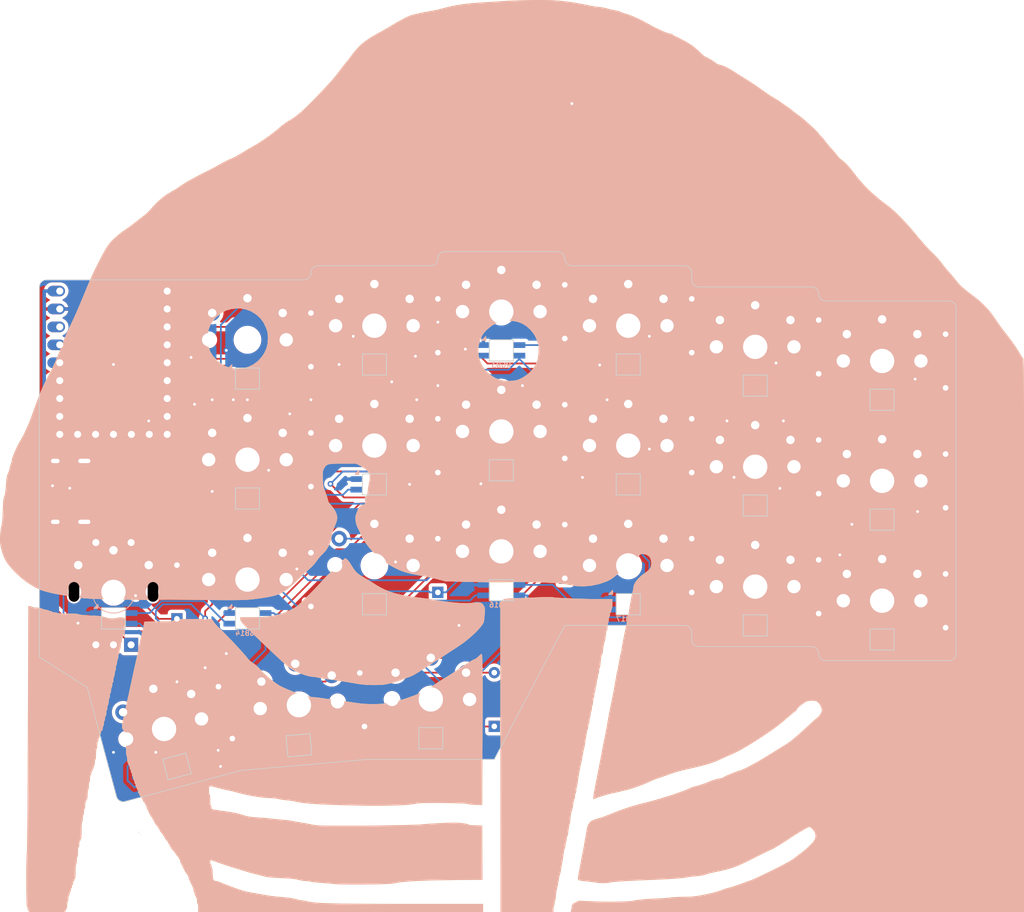
<source format=kicad_pcb>
(kicad_pcb (version 20221018) (generator pcbnew)
  (layers (0 "F.Cu" signal) (31 "B.Cu" signal) (34 "B.Paste" user) (35 "F.Paste" user) (36 "B.SilkS" user "B.Silkscreen") (37 "F.SilkS" user "F.Silkscreen") (38 "B.Mask" user) (39 "F.Mask" user) (44 "Edge.Cuts" user))
  (net 0 "")
  (net 1 "Row0")
  (net 2 "Net-(D1-A)")
  (net 3 "Net-(D2-A)")
  (net 4 "Net-(D3-A)")
  (net 5 "Net-(D4-A)")
  (net 6 "Net-(D5-A)")
  (net 7 "Net-(D6-A)")
  (net 8 "Row1")
  (net 9 "Net-(D7-A)")
  (net 10 "Net-(D8-A)")
  (net 11 "Net-(D9-A)")
  (net 12 "Net-(D10-A)")
  (net 13 "Net-(D11-A)")
  (net 14 "Net-(D12-A)")
  (net 15 "Row2")
  (net 16 "Net-(D13-A)")
  (net 17 "Net-(D14-A)")
  (net 18 "Net-(D15-A)")
  (net 19 "Net-(D16-A)")
  (net 20 "Net-(D17-A)")
  (net 21 "Net-(D18-A)")
  (net 22 "Row3")
  (net 23 "Net-(D19-A)")
  (net 24 "Net-(D20-A)")
  (net 25 "Net-(D21-A)")
  (net 26 "Net-(D22-A)")
  (net 27 "Col0")
  (net 28 "Col1")
  (net 29 "Col2")
  (net 30 "Col3")
  (net 31 "Col4")
  (net 32 "Col5")
  (net 35 "TX")
  (net 36 "RX")
  (net 42 "GND")
  (net 43 "+5V")
  (net 44 "enB")
  (net 45 "enA")
  (net 46 "VCC")
  (net 47 "Net-(RGB1-DOUT)")
  (net 48 "MRGB")
  (net 49 "Net-(RGB2-DOUT)")
  (net 50 "Net-(RGB3-DOUT)")
  (net 51 "Net-(RGB4-DOUT)")
  (net 52 "Net-(RGB5-DOUT)")
  (net 53 "Net-(RGB6-DOUT)")
  (net 54 "Net-(RGB7-DOUT)")
  (net 55 "Net-(RGB8-DOUT)")
  (net 56 "Net-(RGB10-DIN)")
  (net 57 "Net-(RGB10-DOUT)")
  (net 58 "Net-(RGB11-DOUT)")
  (net 59 "Net-(RGB12-DOUT)")
  (net 60 "Net-(RGB13-DOUT)")
  (net 61 "Net-(RGB14-DOUT)")
  (net 62 "Net-(RGB15-DOUT)")
  (net 63 "Net-(RGB16-DOUT)")
  (net 64 "Net-(RGB17-DOUT)")
  (net 65 "Net-(RGB18-DOUT)")
  (net 66 "Net-(RGB19-DOUT)")
  (net 67 "Net-(RGB20-DOUT)")
  (net 68 "Net-(RGB21-DOUT)")
  (footprint "ScottoKeebs_Components:LED_SK6812MINI" (layer "F.Cu") (at 205.75 67.25)
    (fp_text reference "RGB6")
    (fp_text value "LED_WS2812B" hide)
    (fp_line (start -1.7 -1.5) (end -1.7 1.5) (stroke (width 0.12)) (layer "Edge.Cuts"))
    (fp_line (start -1.7 1.5) (end 1.7 1.5) (stroke (width 0.12)) (layer "Edge.Cuts"))
    (fp_line (start 1.7 -1.5) (end -1.7 -1.5) (stroke (width 0.12)) (layer "Edge.Cuts"))
    (fp_line (start 1.7 1.5) (end 1.7 -1.5) (stroke (width 0.12)) (layer "Edge.Cuts"))
  )
  (footprint "ScottoKeebs_Components:Diode_DO-35" (layer "F.Cu") (at 178.75 77.57 90)
    (fp_text reference "D10" hide)
    (fp_text value "1N4148" hide)
  )
  (footprint "ScottoKeebs_Components:Diode_DO-35" (layer "F.Cu") (at 196.75 97.57 90)
    (fp_text reference "D17" hide)
    (fp_text value "1N4148" hide)
  )
  (footprint "ScottoKeebs_Components:Diode_DO-35" (layer "F.Cu") (at 160.75 92.57 90)
    (fp_text reference "D15" hide)
    (fp_text value "1N4148" hide)
  )
  (footprint "ScottoKeebs_Components:LED_SK6812MINI" (layer "F.Cu") (at 133.75 62.25)
    (fp_text reference "RGB2")
    (fp_text value "LED_WS2812B" hide)
    (fp_line (start -1.7 -1.5) (end -1.7 1.5) (stroke (width 0.12)) (layer "Edge.Cuts"))
    (fp_line (start -1.7 1.5) (end 1.7 1.5) (stroke (width 0.12)) (layer "Edge.Cuts"))
    (fp_line (start 1.7 -1.5) (end -1.7 -1.5) (stroke (width 0.12)) (layer "Edge.Cuts"))
    (fp_line (start 1.7 1.5) (end 1.7 -1.5) (stroke (width 0.12)) (layer "Edge.Cuts"))
  )
  (footprint "ScottoKeebs_Components:LED_SK6812MINI" (layer "F.Cu") (at 141.75 115.25)
    (fp_text reference "RGB22")
    (fp_text value "LED_WS2812B" hide)
    (fp_line (start -1.7 -1.5) (end -1.7 1.5) (stroke (width 0.12)) (layer "Edge.Cuts"))
    (fp_line (start -1.7 1.5) (end 1.7 1.5) (stroke (width 0.12)) (layer "Edge.Cuts"))
    (fp_line (start 1.7 -1.5) (end -1.7 -1.5) (stroke (width 0.12)) (layer "Edge.Cuts"))
    (fp_line (start 1.7 1.5) (end 1.7 -1.5) (stroke (width 0.12)) (layer "Edge.Cuts"))
  )
  (footprint "ScottoKeebs_Choc:Choc_V1_1.00u" (layer "F.Cu") (at 115.75 58.75)
    (fp_text reference "S1" hide)
    (fp_text value "Keyswitch" hide)
  )
  (footprint "ScottoKeebs_Components:LED_SK6812MINI" (layer "F.Cu") (at 133.75 96.25)
    (fp_text reference "RGB15")
    (fp_text value "LED_WS2812B" hide)
    (fp_line (start -1.7 -1.5) (end -1.7 1.5) (stroke (width 0.12)) (layer "Edge.Cuts"))
    (fp_line (start -1.7 1.5) (end 1.7 1.5) (stroke (width 0.12)) (layer "Edge.Cuts"))
    (fp_line (start 1.7 -1.5) (end -1.7 -1.5) (stroke (width 0.12)) (layer "Edge.Cuts"))
    (fp_line (start 1.7 1.5) (end 1.7 -1.5) (stroke (width 0.12)) (layer "Edge.Cuts"))
  )
  (footprint "ScottoKeebs_Choc:Choc_V1_1.00u" (layer "F.Cu") (at 96.75 94.5)
    (fp_text reference "S19" hide)
    (fp_text value "Keyswitch" hide)
  )
  (footprint "ScottoKeebs_Components:LED_SK6812MINI" (layer "F.Cu") (at 187.75 82.25)
    (fp_text reference "RGB11")
    (fp_text value "LED_WS2812B" hide)
    (fp_line (start -1.7 -1.5) (end -1.7 1.5) (stroke (width 0.12)) (layer "Edge.Cuts"))
    (fp_line (start -1.7 1.5) (end 1.7 1.5) (stroke (width 0.12)) (layer "Edge.Cuts"))
    (fp_line (start 1.7 -1.5) (end -1.7 -1.5) (stroke (width 0.12)) (layer "Edge.Cuts"))
    (fp_line (start 1.7 1.5) (end 1.7 -1.5) (stroke (width 0.12)) (layer "Edge.Cuts"))
  )
  (footprint "ScottoKeebs_Choc:Choc_V1_1.00u" (layer "F.Cu") (at 141.75 109.75)
    (fp_text reference "S22" hide)
    (fp_text value "Keyswitch" hide)
  )
  (footprint "ScottoKeebs_Components:LED_SK6812MINI" (layer "F.Cu") (at 205.75 84.25)
    (fp_text reference "RGB12")
    (fp_text value "LED_WS2812B" hide)
    (fp_line (start -1.7 -1.5) (end -1.7 1.5) (stroke (width 0.12)) (layer "Edge.Cuts"))
    (fp_line (start -1.7 1.5) (end 1.7 1.5) (stroke (width 0.12)) (layer "Edge.Cuts"))
    (fp_line (start 1.7 -1.5) (end -1.7 -1.5) (stroke (width 0.12)) (layer "Edge.Cuts"))
    (fp_line (start 1.7 1.5) (end 1.7 -1.5) (stroke (width 0.12)) (layer "Edge.Cuts"))
  )
  (footprint "ScottoKeebs_Choc:Choc_V1_1.00u" (layer "F.Cu") (at 133.75 90.75)
    (fp_text reference "S14" hide)
    (fp_text value "Keyswitch" hide)
  )
  (footprint "ScottoKeebs_Components:Diode_DO-35" (layer "F.Cu") (at 214.75 99.57 90)
    (fp_text reference "D18" hide)
    (fp_text value "1N4148" hide)
  )
  (footprint "ScottoKeebs_Components:Diode_DO-35" (layer "F.Cu") (at 124.75 96.57 90)
    (fp_text reference "D13" hide)
    (fp_text value "1N4148" hide)
  )
  (footprint "ScottoKeebs_Components:LED_SK6812MINI" (layer "F.Cu") (at 169.75 62.25)
    (fp_text reference "RGB4")
    (fp_text value "LED_WS2812B" hide)
    (fp_line (start -1.7 -1.5) (end -1.7 1.5) (stroke (width 0.12)) (layer "Edge.Cuts"))
    (fp_line (start -1.7 1.5) (end 1.7 1.5) (stroke (width 0.12)) (layer "Edge.Cuts"))
    (fp_line (start 1.7 -1.5) (end -1.7 -1.5) (stroke (width 0.12)) (layer "Edge.Cuts"))
    (fp_line (start 1.7 1.5) (end 1.7 -1.5) (stroke (width 0.12)) (layer "Edge.Cuts"))
  )
  (footprint "ScottoKeebs_Components:LED_SK6812MINI" (layer "F.Cu") (at 205.75 101.25)
    (fp_text reference "RGB19")
    (fp_text value "LED_WS2812B" hide)
    (fp_line (start -1.7 -1.5) (end -1.7 1.5) (stroke (width 0.12)) (layer "Edge.Cuts"))
    (fp_line (start -1.7 1.5) (end 1.7 1.5) (stroke (width 0.12)) (layer "Edge.Cuts"))
    (fp_line (start 1.7 -1.5) (end -1.7 -1.5) (stroke (width 0.12)) (layer "Edge.Cuts"))
    (fp_line (start 1.7 1.5) (end 1.7 -1.5) (stroke (width 0.12)) (layer "Edge.Cuts"))
  )
  (footprint "ScottoKeebs_Components:Diode_DO-35" (layer "F.Cu") (at 214.75 82.57 90)
    (fp_text reference "D12" hide)
    (fp_text value "1N4148" hide)
  )
  (footprint "ScottoKeebs_Components:Diode_DO-35" (layer "F.Cu") (at 142.75 94.57 90)
    (fp_text reference "D14" hide)
    (fp_text value "1N4148" hide)
  )
  (footprint "ScottoKeebs_Components:Diode_DO-35" (layer "F.Cu") (at 142.75 60.57 90)
    (fp_text reference "D2" hide)
    (fp_text value "1N4148" hide)
  )
  (footprint "ScottoKeebs_Components:LED_SK6812MINI" (layer "F.Cu") (at 151.75 60.25)
    (fp_text reference "RGB3")
    (fp_text value "LED_WS2812B" hide)
    (fp_line (start -1.7 -1.5) (end -1.7 1.5) (stroke (width 0.12)) (layer "Edge.Cuts"))
    (fp_line (start -1.7 1.5) (end 1.7 1.5) (stroke (width 0.12)) (layer "Edge.Cuts"))
    (fp_line (start 1.7 -1.5) (end -1.7 -1.5) (stroke (width 0.12)) (layer "Edge.Cuts"))
    (fp_line (start 1.7 1.5) (end 1.7 -1.5) (stroke (width 0.12)) (layer "Edge.Cuts"))
  )
  (footprint "ScottoKeebs_Choc:Choc_V1_1.00u" (layer "F.Cu") (at 133.75 73.75)
    (fp_text reference "S8" hide)
    (fp_text value "Keyswitch" hide)
  )
  (footprint "ScottoKeebs_Components:Diode_DO-35" (layer "F.Cu") (at 142.75 77.57 90)
    (fp_text reference "D8" hide)
    (fp_text value "1N4148" hide)
  )
  (footprint "ScottoKeebs_Choc:Choc_V1_1.00u" (layer "F.Cu") (at 169.75 73.75)
    (fp_text reference "S10" hide)
    (fp_text value "Keyswitch" hide)
  )
  (footprint "ScottoKeebs_Components:Diode_DO-35" (layer "F.Cu") (at 160.75 58.57 90)
    (fp_text reference "D3" hide)
    (fp_text value "1N4148" hide)
  )
  (footprint "ScottoKeebs_Choc:Choc_V1_1.00u" (layer "F.Cu") (at 151.75 54.75)
    (fp_text reference "S3" hide)
    (fp_text value "Keyswitch" hide)
  )
  (footprint "ScottoKeebs_Components:LED_SK6812MINI" (layer "F.Cu") (at 151.75 94.25)
    (fp_text reference "RGB16")
    (fp_text value "LED_WS2812B" hide)
    (fp_line (start -1.7 -1.5) (end -1.7 1.5) (stroke (width 0.12)) (layer "Edge.Cuts"))
    (fp_line (start -1.7 1.5) (end 1.7 1.5) (stroke (width 0.12)) (layer "Edge.Cuts"))
    (fp_line (start 1.7 -1.5) (end -1.7 -1.5) (stroke (width 0.12)) (layer "Edge.Cuts"))
    (fp_line (start 1.7 1.5) (end 1.7 -1.5) (stroke (width 0.12)) (layer "Edge.Cuts"))
  )
  (footprint "ScottoKeebs_Choc:Choc_V1_1.00u" (layer "F.Cu") (at 123.0434 110.5667 5)
    (fp_text reference "S21" hide)
    (fp_text value "Keyswitch" hide)
  )
  (footprint "ScottoKeebs_Components:LED_SK6812MINI" (layer "F.Cu") (at 187.75 99.25)
    (fp_text reference "RGB18")
    (fp_text value "LED_WS2812B" hide)
    (fp_line (start -1.7 -1.5) (end -1.7 1.5) (stroke (width 0.12)) (layer "Edge.Cuts"))
    (fp_line (start -1.7 1.5) (end 1.7 1.5) (stroke (width 0.12)) (layer "Edge.Cuts"))
    (fp_line (start 1.7 -1.5) (end -1.7 -1.5) (stroke (width 0.12)) (layer "Edge.Cuts"))
    (fp_line (start 1.7 1.5) (end 1.7 -1.5) (stroke (width 0.12)) (layer "Edge.Cuts"))
  )
  (footprint "ScottoKeebs_Components:LED_SK6812MINI" (layer "F.Cu") (at 105.75 119.25 15)
    (fp_text reference "RGB20")
    (fp_text value "LED_WS2812B" hide)
    (fp_line (start -1.7 -1.5) (end -1.7 1.5) (stroke (width 0.12)) (layer "Edge.Cuts"))
    (fp_line (start -1.7 1.5) (end 1.7 1.5) (stroke (width 0.12)) (layer "Edge.Cuts"))
    (fp_line (start 1.7 -1.5) (end -1.7 -1.5) (stroke (width 0.12)) (layer "Edge.Cuts"))
    (fp_line (start 1.7 1.5) (end 1.7 -1.5) (stroke (width 0.12)) (layer "Edge.Cuts"))
  )
  (footprint "ScottoKeebs_Choc:Choc_V1_1.00u" (layer "F.Cu") (at 205.75 61.75)
    (fp_text reference "S6" hide)
    (fp_text value "Keyswitch" hide)
  )
  (footprint "ScottoKeebs_Components:Diode_DO-35" (layer "F.Cu") (at 196.75 63.57 90)
    (fp_text reference "D5" hide)
    (fp_text value "1N4148" hide)
  )
  (footprint "ScottoKeebs_Choc:Choc_V1_1.00u" (layer "F.Cu") (at 205.75 78.75)
    (fp_text reference "S12" hide)
    (fp_text value "Keyswitch" hide)
  )
  (footprint "ScottoKeebs_Choc:Choc_V1_1.00u" (layer "F.Cu") (at 151.75 71.75)
    (fp_text reference "S9" hide)
    (fp_text value "Keyswitch" hide)
  )
  (footprint "ScottoKeebs_Choc:Choc_V1_1.00u" (layer "F.Cu") (at 187.75 76.75)
    (fp_text reference "S11" hide)
    (fp_text value "Keyswitch" hide)
  )
  (footprint "ScottoKeebs_Components:LED_SK6812MINI" (layer "F.Cu") (at 151.75 77.25)
    (fp_text reference "RGB9")
    (fp_text value "LED_WS2812B" hide)
    (fp_line (start -1.7 -1.5) (end -1.7 1.5) (stroke (width 0.12)) (layer "Edge.Cuts"))
    (fp_line (start -1.7 1.5) (end 1.7 1.5) (stroke (width 0.12)) (layer "Edge.Cuts"))
    (fp_line (start 1.7 -1.5) (end -1.7 -1.5) (stroke (width 0.12)) (layer "Edge.Cuts"))
    (fp_line (start 1.7 1.5) (end 1.7 -1.5) (stroke (width 0.12)) (layer "Edge.Cuts"))
  )
  (footprint "ScottoKeebs_Components:LED_SK6812MINI" (layer "F.Cu") (at 187.75 65.25)
    (fp_text reference "RGB5")
    (fp_text value "LED_WS2812B" hide)
    (fp_line (start -1.7 -1.5) (end -1.7 1.5) (stroke (width 0.12)) (layer "Edge.Cuts"))
    (fp_line (start -1.7 1.5) (end 1.7 1.5) (stroke (width 0.12)) (layer "Edge.Cuts"))
    (fp_line (start 1.7 -1.5) (end -1.7 -1.5) (stroke (width 0.12)) (layer "Edge.Cuts"))
    (fp_line (start 1.7 1.5) (end 1.7 -1.5) (stroke (width 0.12)) (layer "Edge.Cuts"))
  )
  (footprint "ScottoKeebs_Components:LED_SK6812MINI" (layer "F.Cu") (at 115.75 98.25)
    (fp_text reference "RGB14")
    (fp_text value "LED_WS2812B" hide)
    (fp_line (start -1.7 -1.5) (end -1.7 1.5) (stroke (width 0.12)) (layer "Edge.Cuts"))
    (fp_line (start -1.7 1.5) (end 1.7 1.5) (stroke (width 0.12)) (layer "Edge.Cuts"))
    (fp_line (start 1.7 -1.5) (end -1.7 -1.5) (stroke (width 0.12)) (layer "Edge.Cuts"))
    (fp_line (start 1.7 1.5) (end 1.7 -1.5) (stroke (width 0.12)) (layer "Edge.Cuts"))
  )
  (footprint "ScottoKeebs_Components:Diode_DO-35" (layer "F.Cu") (at 105.75 98.32 90)
    (fp_text reference "D19" hide)
    (fp_text value "1N4148" hide)
  )
  (footprint "ScottoKeebs_Choc:Choc_V1_1.00u" (layer "F.Cu") (at 115.75 92.75)
    (fp_text reference "S13" hide)
    (fp_text value "Keyswitch" hide)
  )
  (footprint "ScottoKeebs_Choc:Choc_V1_1.00u" (layer "F.Cu") (at 151.75 88.75)
    (fp_text reference "S15" hide)
    (fp_text value "Keyswitch" hide)
  )
  (footprint "ScottoKeebs_Choc:Choc_V1_1.00u" (layer "F.Cu") (at 115.75 75.75)
    (fp_text reference "S7" hide)
    (fp_text value "Keyswitch" hide)
  )
  (footprint "ScottoKeebs_Components:Diode_DO-35" (layer "F.Cu") (at 132.3421 113.5878 95)
    (fp_text reference "D21" hide)
    (fp_text value "1N4148" hide)
  )
  (footprint "ScottoKeebs_Components:Diode_DO-35" (layer "F.Cu") (at 124.75 62.57 90)
    (fp_text reference "D1" hide)
    (fp_text value "1N4148" hide)
  )
  (footprint "ScottoKeebs_Components:Diode_DO-35" (layer "F.Cu") (at 178.75 60.57 90)
    (fp_text reference "D4" hide)
    (fp_text value "1N4148" hide)
  )
  (footprint "USB:USB_C_6pins" (layer "F.Cu") (at 94.82 74.93 -90)
    (fp_text reference "USB-C1" hide)
    (fp_text value "USB_C_6pins" hide)
  )
  (footprint "ScottoKeebs_Choc:Choc_V1_1.00u" (layer "F.Cu") (at 103.9252 113.9379 15)
    (fp_text reference "S20" hide)
    (fp_text value "Keyswitch" hide)
  )
  (footprint "ScottoKeebs_Components:Diode_DO-35" (layer "F.Cu") (at 113.6072 115.2983 105)
    (fp_text reference "D20" hide)
    (fp_text value "1N4148" hide)
  )
  (footprint "ScottoKeebs_Components:Diode_DO-35" (layer "F.Cu") (at 214.75 65.57 90)
    (fp_text reference "D6" hide)
    (fp_text value "1N4148" hide)
  )
  (footprint "ScottoKeebs_Components:LED_SK6812MINI" (layer "F.Cu") (at 96.75 98.25)
    (fp_text reference "RGB13")
    (fp_text value "LED_WS2812B" hide)
    (fp_line (start -1.7 -1.5) (end -1.7 1.5) (stroke (width 0.12)) (layer "Edge.Cuts"))
    (fp_line (start -1.7 1.5) (end 1.7 1.5) (stroke (width 0.12)) (layer "Edge.Cuts"))
    (fp_line (start 1.7 -1.5) (end -1.7 -1.5) (stroke (width 0.12)) (layer "Edge.Cuts"))
    (fp_line (start 1.7 1.5) (end 1.7 -1.5) (stroke (width 0.12)) (layer "Edge.Cuts"))
  )
  (footprint "ScottoKeebs_Choc:Choc_V1_1.00u" (layer "F.Cu") (at 205.75 95.75)
    (fp_text reference "S18" hide)
    (fp_text value "Keyswitch" hide)
  )
  (footprint "ScottoKeebs_Components:Diode_DO-35" (layer "F.Cu") (at 124.75 79.57 90)
    (fp_text reference "D7" hide)
    (fp_text value "1N4148" hide)
  )
  (footprint "ScottoKeebs_MCU:RP2040_Zero" (layer "F.Cu") (at 96.75 62)
    (fp_text reference "U1" hide)
    (fp_text value "RP2040_Zero" hide)
  )
  (footprint "ScottoKeebs_Components:LED_SK6812MINI" (layer "F.Cu") (at 133.75 79.25)
    (fp_text reference "RGB8")
    (fp_text value "LED_WS2812B" hide)
    (fp_line (start -1.7 -1.5) (end -1.7 1.5) (stroke (width 0.12)) (layer "Edge.Cuts"))
    (fp_line (start -1.7 1.5) (end 1.7 1.5) (stroke (width 0.12)) (layer "Edge.Cuts"))
    (fp_line (start 1.7 -1.5) (end -1.7 -1.5) (stroke (width 0.12)) (layer "Edge.Cuts"))
    (fp_line (start 1.7 1.5) (end 1.7 -1.5) (stroke (width 0.12)) (layer "Edge.Cuts"))
  )
  (footprint "ScottoKeebs_Choc:Choc_V1_1.00u" (layer "F.Cu") (at 133.75 56.75)
    (fp_text reference "S2" hide)
    (fp_text value "Keyswitch" hide)
  )
  (footprint "ScottoKeebs_Components:LED_SK6812MINI" (layer "F.Cu") (at 169.75 79.25)
    (fp_text reference "RGB10")
    (fp_text value "LED_WS2812B" hide)
    (fp_line (start -1.7 -1.5) (end -1.7 1.5) (stroke (width 0.12)) (layer "Edge.Cuts"))
    (fp_line (start -1.7 1.5) (end 1.7 1.5) (stroke (width 0.12)) (layer "Edge.Cuts"))
    (fp_line (start 1.7 -1.5) (end -1.7 -1.5) (stroke (width 0.12)) (layer "Edge.Cuts"))
    (fp_line (start 1.7 1.5) (end 1.7 -1.5) (stroke (width 0.12)) (layer "Edge.Cuts"))
  )
  (footprint "ScottoKeebs_Choc:Choc_V1_1.00u" (layer "F.Cu") (at 169.75 90.75)
    (fp_text reference "S16" hide)
    (fp_text value "Keyswitch" hide)
  )
  (footprint "ScottoKeebs_Choc:Choc_V1_1.00u" (layer "F.Cu") (at 187.75 59.75)
    (fp_text reference "S5" hide)
    (fp_text value "Keyswitch" hide)
  )
  (footprint "ScottoKeebs_Choc:Choc_V1_1.00u" (layer "F.Cu") (at 187.75 93.75)
    (fp_text reference "S17" hide)
    (fp_text value "Keyswitch" hide)
  )
  (footprint "ScottoKeebs_Choc:Choc_V1_1.00u" (layer "F.Cu") (at 169.75 56.75)
    (fp_text reference "S4" hide)
    (fp_text value "Keyswitch" hide)
  )
  (footprint "ScottoKeebs_Components:Diode_DO-35" (layer "F.Cu") (at 178.75 94.57 90)
    (fp_text reference "D16" hide)
    (fp_text value "1N4148" hide)
  )
  (footprint "ScottoKeebs_Components:LED_SK6812MINI" (layer "F.Cu") (at 169.75 96.25)
    (fp_text reference "RGB17")
    (fp_text value "LED_WS2812B" hide)
    (fp_line (start -1.7 -1.5) (end -1.7 1.5) (stroke (width 0.12)) (layer "Edge.Cuts"))
    (fp_line (start -1.7 1.5) (end 1.7 1.5) (stroke (width 0.12)) (layer "Edge.Cuts"))
    (fp_line (start 1.7 -1.5) (end -1.7 -1.5) (stroke (width 0.12)) (layer "Edge.Cuts"))
    (fp_line (start 1.7 1.5) (end 1.7 -1.5) (stroke (width 0.12)) (layer "Edge.Cuts"))
  )
  (footprint "ScottoKeebs_Components:LED_SK6812MINI" (layer "F.Cu") (at 115.75 81.25)
    (fp_text reference "RGB7")
    (fp_text value "LED_WS2812B" hide)
    (fp_line (start -1.7 -1.5) (end -1.7 1.5) (stroke (width 0.12)) (layer "Edge.Cuts"))
    (fp_line (start -1.7 1.5) (end 1.7 1.5) (stroke (width 0.12)) (layer "Edge.Cuts"))
    (fp_line (start 1.7 -1.5) (end -1.7 -1.5) (stroke (width 0.12)) (layer "Edge.Cuts"))
    (fp_line (start 1.7 1.5) (end 1.7 -1.5) (stroke (width 0.12)) (layer "Edge.Cuts"))
  )
  (footprint "ScottoKeebs_Components:LED_SK6812MINI" (layer "F.Cu") (at 115.75 64.25)
    (fp_text reference "RGB1")
    (fp_text value "LED_WS2812B" hide)
    (fp_line (start -1.7 -1.5) (end -1.7 1.5) (stroke (width 0.12)) (layer "Edge.Cuts"))
    (fp_line (start -1.7 1.5) (end 1.7 1.5) (stroke (width 0.12)) (layer "Edge.Cuts"))
    (fp_line (start 1.7 -1.5) (end -1.7 -1.5) (stroke (width 0.12)) (layer "Edge.Cuts"))
    (fp_line (start 1.7 1.5) (end 1.7 -1.5) (stroke (width 0.12)) (layer "Edge.Cuts"))
  )
  (footprint "ScottoKeebs_Components:Diode_DO-35" (layer "F.Cu") (at 196.75 80.57 90)
    (fp_text reference "D11" hide)
    (fp_text value "1N4148" hide)
  )
  (footprint "ScottoKeebs_Components:Diode_DO-35" (layer "F.Cu") (at 160.75 75.57 90)
    (fp_text reference "D9" hide)
    (fp_text value "1N4148" hide)
  )
  (footprint "ScottoKeebs_Components:LED_SK6812MINI" (layer "F.Cu") (at 123.0434 116.25 5)
    (fp_text reference "RGB21")
    (fp_text value "LED_WS2812B" hide)
    (fp_line (start -1.7 -1.5) (end -1.7 1.5) (stroke (width 0.12)) (layer "Edge.Cuts"))
    (fp_line (start -1.7 1.5) (end 1.7 1.5) (stroke (width 0.12)) (layer "Edge.Cuts"))
    (fp_line (start 1.7 -1.5) (end -1.7 -1.5) (stroke (width 0.12)) (layer "Edge.Cuts"))
    (fp_line (start 1.7 1.5) (end 1.7 -1.5) (stroke (width 0.12)) (layer "Edge.Cuts"))
  )
  (footprint "ScottoKeebs_Components:Diode_DO-35" (layer "F.Cu") (at 150.75 113.57 90)
    (fp_text reference "D22" hide)
    (fp_text value "1N4148" hide)
  )
  (footprint "walrus:6" (layer "B.Cu") (at 150.785856 73.37 180)
    (fp_text reference "G***" hide)
    (fp_text value "LOGO" hide)
  )
  (footprint "walrus:6" (layer "B.Cu") (at 150.785856 73.37 180)
    (fp_text reference "G***" hide)
    (fp_text value "LOGO" hide)
  )
  (footprint "Rotary_Encoder.pretty (1):RotaryEncoder_Alps_EC11E_Vertical_H20mm" (layer "B.Cu") (at 99.25 102 90)
    (fp_text reference "SW1" hide)
    (fp_text value "EC11-MX-Alps" hide)
  )
  (gr_line (start 179.75 51.25) (end 195.75 51.25) (stroke (width 0.1)) (layer "Edge.Cuts"))
  (gr_arc (start 142.75 47.25) (mid 143.042893 46.542893) (end 143.75 46.25) (stroke (width 0.1)) (layer "Edge.Cuts"))
  (gr_line (start 214.75 53.25) (end 215.25 53.25) (stroke (width 0.1)) (layer "Edge.Cuts"))
  (gr_line (start 86.25 51.25) (end 86.25 103.75) (stroke (width 0.1)) (layer "Edge.Cuts"))
  (gr_line (start 132.75 118.25) (end 114.818495 119.818803) (stroke (width 0.1)) (layer "Edge.Cuts"))
  (gr_arc (start 98.397783 124.218771) (mid 97.638952 124.118879) (end 97.173039 123.511664) (stroke (width 0.1)) (layer "Edge.Cuts"))
  (gr_line (start 178.75 49.25) (end 178.75 50.25) (stroke (width 0.1)) (layer "Edge.Cuts"))
  (gr_arc (start 159.75 46.25) (mid 160.457107 46.542893) (end 160.75 47.25) (stroke (width 0.1)) (layer "Edge.Cuts"))
  (gr_arc (start 179.75 102.25) (mid 179.042893 101.957109) (end 178.749999 101.250003) (stroke (width 0.1)) (layer "Edge.Cuts"))
  (gr_arc (start 161.75 48.25) (mid 161.042892 47.957108) (end 160.75 47.25) (stroke (width 0.1)) (layer "Edge.Cuts"))
  (gr_line (start 214.75 104.25) (end 197.75 104.25) (stroke (width 0.1)) (layer "Edge.Cuts"))
  (gr_line (start 143.75 46.25) (end 159.75 46.25) (stroke (width 0.1)) (layer "Edge.Cuts"))
  (gr_line (start 214.75 104.25) (end 215.25 104.25) (stroke (width 0.1)) (layer "Edge.Cuts"))
  (gr_arc (start 195.75 102.25) (mid 196.457107 102.542893) (end 196.75 103.25) (stroke (width 0.1)) (layer "Edge.Cuts"))
  (gr_arc (start 177.75 99.25) (mid 178.457107 99.542893) (end 178.75 100.25) (stroke (width 0.1)) (layer "Edge.Cuts"))
  (gr_line (start 106.75 50.25) (end 87.25 50.25) (stroke (width 0.1)) (layer "Edge.Cuts"))
  (gr_line (start 178.749999 101.250003) (end 178.75 100.25) (stroke (width 0.1)) (layer "Edge.Cuts"))
  (gr_line (start 93.031934 108.056851) (end 86.25 103.75) (stroke (width 0.1)) (layer "Edge.Cuts"))
  (gr_arc (start 197.75 53.25) (mid 197.042893 52.957107) (end 196.75 52.25) (stroke (width 0.1)) (layer "Edge.Cuts"))
  (gr_line (start 150.75 118.25) (end 132.75 118.25) (stroke (width 0.1)) (layer "Edge.Cuts"))
  (gr_line (start 177.75 99.25) (end 160.75 99.25) (stroke (width 0.1)) (layer "Edge.Cuts"))
  (gr_arc (start 215.25 53.25) (mid 215.957107 53.542893) (end 216.25 54.25) (stroke (width 0.1)) (layer "Edge.Cuts"))
  (gr_arc (start 195.75 51.25) (mid 196.457107 51.542893) (end 196.75 52.25) (stroke (width 0.1)) (layer "Edge.Cuts"))
  (gr_line (start 216.25 54.25) (end 216.25 103.25) (stroke (width 0.1)) (layer "Edge.Cuts"))
  (gr_line (start 106.75 50.25) (end 123.75 50.25) (stroke (width 0.1)) (layer "Edge.Cuts"))
  (gr_arc (start 197.750001 104.249997) (mid 197.042894 103.957106) (end 196.75 103.25) (stroke (width 0.1)) (layer "Edge.Cuts"))
  (gr_line (start 197.75 53.25) (end 214.75 53.25) (stroke (width 0.1)) (layer "Edge.Cuts"))
  (gr_line (start 161.75 48.25) (end 177.75 48.25) (stroke (width 0.1)) (layer "Edge.Cuts"))
  (gr_line (start 150.75 118.25) (end 160.75 99.25) (stroke (width 0.1)) (layer "Edge.Cuts"))
  (gr_arc (start 216.25 103.25) (mid 215.957107 103.957107) (end 215.25 104.25) (stroke (width 0.1)) (layer "Edge.Cuts"))
  (gr_line (start 93.031934 108.056851) (end 97.173039 123.511664) (stroke (width 0.1)) (layer "Edge.Cuts"))
  (gr_arc (start 124.75 49.25) (mid 125.042893 48.542893) (end 125.75 48.25) (stroke (width 0.1)) (layer "Edge.Cuts"))
  (gr_line (start 195.75 102.25) (end 179.75 102.25) (stroke (width 0.1)) (layer "Edge.Cuts"))
  (gr_arc (start 142.75 47.25) (mid 142.457108 47.957108) (end 141.75 48.25) (stroke (width 0.1)) (layer "Edge.Cuts"))
  (gr_arc (start 124.75 49.25) (mid 124.457108 49.957108) (end 123.75 50.25) (stroke (width 0.1)) (layer "Edge.Cuts"))
  (gr_arc (start 179.75 51.25) (mid 179.042892 50.957108) (end 178.75 50.25) (stroke (width 0.1)) (layer "Edge.Cuts"))
  (gr_line (start 125.75 48.25) (end 141.75 48.25) (stroke (width 0.1)) (layer "Edge.Cuts"))
  (gr_arc (start 177.75 48.25) (mid 178.457107 48.542893) (end 178.75 49.25) (stroke (width 0.1)) (layer "Edge.Cuts"))
  (gr_line (start 98.397783 124.218771) (end 114.818522 119.818847) (stroke (width 0.1)) (layer "Edge.Cuts"))
  (gr_arc (start 86.25 51.25) (mid 86.542893 50.542893) (end 87.25 50.25) (stroke (width 0.1)) (layer "Edge.Cuts"))
  (via (at 161.75 25.25) (size 0.8) (drill 0.4) (layers "F.Cu" "B.Cu") (net 0))
  (segment (start 159.4639 58.4108) (end 146.0361 58.4108) (width 0.25) (layer "F.Cu") (net 1))
  (segment (start 141.4049 60.3518) (end 128.0951 60.3518) (width 0.25) (layer "F.Cu") (net 1))
  (segment (start 102.0231 68.35) (end 105.648 68.35) (width 0.25) (layer "F.Cu") (net 1))
  (segment (start 160.75 58.57) (end 159.6231 58.57) (width 0.25) (layer "F.Cu") (net 1))
  (segment (start 159.6231 58.57) (end 159.4639 58.4108) (width 0.25) (layer "F.Cu") (net 1))
  (segment (start 160.7692 58.57) (end 161.8769 58.57) (width 0.25) (layer "F.Cu") (net 1))
  (segment (start 125.3135 62.57) (end 124.75 62.57) (width 0.25) (layer "F.Cu") (net 1))
  (segment (start 123.4736 62.4205) (end 123.6231 62.57) (width 0.25) (layer "F.Cu") (net 1))
  (segment (start 177.6231 60.57) (end 176.4962 59.4431) (width 0.25) (layer "F.Cu") (net 1))
  (segment (start 146.0361 58.4108) (end 143.8769 60.57) (width 0.25) (layer "F.Cu") (net 1))
  (segment (start 196.75 63.57) (end 197.8769 63.57) (width 0.25) (layer "F.Cu") (net 1))
  (segment (start 160.7692 58.57) (end 160.75 58.57) (width 0.25) (layer "F.Cu") (net 1))
  (segment (start 124.75 62.57) (end 123.6231 62.57) (width 0.25) (layer "F.Cu") (net 1))
  (segment (start 176.4962 59.4431) (end 162.75 59.4431) (width 0.25) (layer "F.Cu") (net 1))
  (segment (start 105.648 68.35) (end 111.5775 62.4205) (width 0.25) (layer "F.Cu") (net 1))
  (segment (start 111.5775 62.4205) (end 123.4736 62.4205) (width 0.25) (layer "F.Cu") (net 1))
  (segment (start 197.8769 63.57) (end 198.9851 64.6782) (width 0.25) (layer "F.Cu") (net 1))
  (segment (start 142.75 60.57) (end 143.8769 60.57) (width 0.25) (layer "F.Cu") (net 1))
  (segment (start 178.75 60.57) (end 177.6231 60.57) (width 0.25) (layer "F.Cu") (net 1))
  (segment (start 162.75 59.4431) (end 161.8769 58.57) (width 0.25) (layer "F.Cu") (net 1))
  (segment (start 142.75 60.57) (end 141.6231 60.57) (width 0.25) (layer "F.Cu") (net 1))
  (segment (start 128.0951 60.3518) (end 125.8769 62.57) (width 0.25) (layer "F.Cu") (net 1))
  (segment (start 125.3135 62.57) (end 125.8769 62.57) (width 0.25) (layer "F.Cu") (net 1))
  (segment (start 208.9599 64.6782) (end 209.8517 65.57) (width 0.25) (layer "F.Cu") (net 1))
  (segment (start 198.9851 64.6782) (end 208.9599 64.6782) (width 0.25) (layer "F.Cu") (net 1))
  (segment (start 141.6231 60.57) (end 141.4049 60.3518) (width 0.25) (layer "F.Cu") (net 1))
  (segment (start 99.29 71.0831) (end 102.0231 68.35) (width 0.25) (layer "F.Cu") (net 1))
  (segment (start 209.8517 65.57) (end 214.75 65.57) (width 0.25) (layer "F.Cu") (net 1))
  (segment (start 99.29 72.16) (end 99.29 71.0831) (width 0.25) (layer "F.Cu") (net 1))
  (segment (start 189.1769 54.4413) (end 189.1769 53.2589) (width 0.25) (layer "B.Cu") (net 1))
  (segment (start 195.6231 63.57) (end 194.824 63.57) (width 0.25) (layer "B.Cu") (net 1))
  (segment (start 186.3231 53.259) (end 186.3231 54.441) (width 0.25) (layer "B.Cu") (net 1))
  (segment (start 191.4999 56.7643) (end 189.1769 54.4413) (width 0.25) (layer "B.Cu") (net 1))
  (segment (start 188.3411 52.4231) (end 187.159 52.4231) (width 0.25) (layer "B.Cu") (net 1))
  (segment (start 194.824 63.57) (end 191.4999 60.2459) (width 0.25) (layer "B.Cu") (net 1))
  (segment (start 188.7155 62.0646) (end 181.3715 62.0646) (width 0.25) (layer "B.Cu") (net 1))
  (segment (start 190.0671 60.713) (end 188.7155 62.0646) (width 0.25) (layer "B.Cu") (net 1))
  (segment (start 181.3715 62.0646) (end 179.8769 60.57) (width 0.25) (layer "B.Cu") (net 1))
  (segment (start 186.3231 54.441) (end 190.0671 58.185) (width 0.25) (layer "B.Cu") (net 1))
  (segment (start 191.4999 60.2459) (end 191.4999 56.7643) (width 0.25) (layer "B.Cu") (net 1))
  (segment (start 189.1769 53.2589) (end 188.3411 52.4231) (width 0.25) (layer "B.Cu") (net 1))
  (segment (start 178.75 60.57) (end 179.8769 60.57) (width 0.25) (layer "B.Cu") (net 1))
  (segment (start 196.75 63.57) (end 195.6231 63.57) (width 0.25) (layer "B.Cu") (net 1))
  (segment (start 190.0671 58.185) (end 190.0671 60.713) (width 0.25) (layer "B.Cu") (net 1))
  (segment (start 187.159 52.4231) (end 186.3231 53.259) (width 0.25) (layer "B.Cu") (net 1))
  (segment (start 120.75 54.95) (end 124.75 54.95) (width 0.25) (layer "F.Cu") (net 2))
  (segment (start 117.168 51.368) (end 120.75 54.95) (width 0.25) (layer "B.Cu") (net 2))
  (segment (start 110.75 54.95) (end 114.332 51.368) (width 0.25) (layer "B.Cu") (net 2))
  (segment (start 114.332 51.368) (end 117.168 51.368) (width 0.25) (layer "B.Cu") (net 2))
  (segment (start 128.75 52.95) (end 138.75 52.95) (width 0.25) (layer "F.Cu") (net 3))
  (segment (start 138.75 52.95) (end 142.75 52.95) (width 0.25) (layer "F.Cu") (net 3))
  (segment (start 146.75 50.95) (end 156.75 50.95) (width 0.25) (layer "F.Cu") (net 4))
  (segment (start 156.75 50.95) (end 160.75 50.95) (width 0.25) (layer "F.Cu") (net 4))
  (segment (start 174.75 52.95) (end 178.75 52.95) (width 0.25) (layer "F.Cu") (net 5))
  (segment (start 164.75 52.95) (end 174.75 52.95) (width 0.25) (layer "F.Cu") (net 5))
  (segment (start 192.75 55.95) (end 196.75 55.95) (width 0.25) (layer "F.Cu") (net 6))
  (segment (start 182.75 55.95) (end 192.75 55.95) (width 0.25) (layer "F.Cu") (net 6))
  (segment (start 210.75 57.95) (end 214.75 57.95) (width 0.25) (layer "F.Cu") (net 7))
  (segment (start 200.75 57.95) (end 210.75 57.95) (width 0.25) (layer "F.Cu") (net 7))
  (segment (start 214.75 82.57) (end 213.6231 82.57) (width 0.25) (layer "F.Cu") (net 8))
  (segment (start 188.7069 74.3641) (end 191.5457 77.2029) (width 0.25) (layer "F.Cu") (net 8))
  (segment (start 160.75 75.57) (end 161.8769 75.57) (width 0.25) (layer "F.Cu") (net 8))
  (segment (start 124.1866 79.57) (end 126.3361 77.4205) (width 0.25) (layer "F.Cu") (net 8))
  (segment (start 142.75 77.57) (end 142.1866 77.57) (width 0.25) (layer "F.Cu") (net 8))
  (segment (start 177.6231 77.57) (end 176.4962 76.4431) (width 0.25) (layer "F.Cu") (net 8))
  (segment (start 176.4962 76.0611) (end 178.1077 74.4496) (width 0.25) (layer "F.Cu") (net 8))
  (segment (start 194.7787 80.57) (end 196.75 80.57) (width 0.25) (layer "F.Cu") (net 8))
  (segment (start 144.336 75.4206) (end 159.4737 75.4206) (width 0.25) (layer "F.Cu") (net 8))
  (segment (start 101.83 72.16) (end 101.83 74.2369) (width 0.25) (layer "F.Cu") (net 8))
  (segment (start 101.83 74.2369) (end 106.0362 78.4431) (width 0.25) (layer "F.Cu") (net 8))
  (segment (start 198.75 81.4431) (end 212.4962 81.4431) (width 0.25) (layer "F.Cu") (net 8))
  (segment (start 162.368 76.0611) (end 176.4962 76.0611) (width 0.25) (layer "F.Cu") (net 8))
  (segment (start 184.2609 74.3641) (end 188.7069 74.3641) (width 0.25) (layer "F.Cu") (net 8))
  (segment (start 142.1866 77.57) (end 144.336 75.4206) (width 0.25) (layer "F.Cu") (net 8))
  (segment (start 212.4962 81.4431) (end 213.6231 82.57) (width 0.25) (layer "F.Cu") (net 8))
  (segment (start 141.4736 77.4205) (end 141.6231 77.57) (width 0.25) (layer "F.Cu") (net 8))
  (segment (start 178.75 77.57) (end 177.6231 77.57) (width 0.25) (layer "F.Cu") (net 8))
  (segment (start 197.3135 80.57) (end 197.8769 80.57) (width 0.25) (layer "F.Cu") (net 8))
  (segment (start 191.5457 77.2029) (end 191.5457 77.337) (width 0.25) (layer "F.Cu") (net 8))
  (segment (start 159.4737 75.4206) (end 159.6231 75.57) (width 0.25) (layer "F.Cu") (net 8))
  (segment (start 142.1866 77.57) (end 141.6231 77.57) (width 0.25) (layer "F.Cu") (net 8))
  (segment (start 161.8769 75.57) (end 162.368 76.0611) (width 0.25) (layer "F.Cu") (net 8))
  (segment (start 160.75 75.57) (end 159.6231 75.57) (width 0.25) (layer "F.Cu") (net 8))
  (segment (start 126.3361 77.4205) (end 141.4736 77.4205) (width 0.25) (layer "F.Cu") (net 8))
  (segment (start 178.1077 74.4496) (end 184.1754 74.4496) (width 0.25) (layer "F.Cu") (net 8))
  (segment (start 191.5457 77.337) (end 194.7787 80.57) (width 0.25) (layer "F.Cu") (net 8))
  (segment (start 197.8769 80.57) (end 198.75 81.4431) (width 0.25) (layer "F.Cu") (net 8))
  (segment (start 124.75 79.57) (end 124.1866 79.57) (width 0.25) (layer "F.Cu") (net 8))
  (segment (start 197.3135 80.57) (end 196.75 80.57) (width 0.25) (layer "F.Cu") (net 8))
  (segment (start 176.4962 76.4431) (end 176.4962 76.0611) (width 0.25) (layer "F.Cu") (net 8))
  (segment (start 124.1866 79.57) (end 123.6231 79.57) (width 0.25) (layer "F.Cu") (net 8))
  (segment (start 122.4962 78.4431) (end 123.6231 79.57) (width 0.25) (layer "F.Cu") (net 8))
  (segment (start 106.0362 78.4431) (end 122.4962 78.4431) (width 0.25) (layer "F.Cu") (net 8))
  (segment (start 184.1754 74.4496) (end 184.2609 74.3641) (width 0.25) (layer "F.Cu") (net 8))
  (segment (start 110.75 71.95) (end 120.75 71.95) (width 0.25) (layer "F.Cu") (net 9))
  (segment (start 120.75 71.95) (end 124.75 71.95) (width 0.25) (layer "F.Cu") (net 9))
  (segment (start 138.75 69.95) (end 142.75 69.95) (width 0.25) (layer "F.Cu") (net 10))
  (segment (start 128.75 69.95) (end 138.75 69.95) (width 0.25) (layer "F.Cu") (net 10))
  (segment (start 156.75 67.95) (end 160.75 67.95) (width 0.25) (layer "F.Cu") (net 11))
  (segment (start 146.75 67.95) (end 156.75 67.95) (width 0.25) (layer "F.Cu") (net 11))
  (segment (start 164.75 69.95) (end 174.75 69.95) (width 0.25) (layer "F.Cu") (net 12))
  (segment (start 174.75 69.95) (end 178.75 69.95) (width 0.25) (layer "F.Cu") (net 12))
  (segment (start 182.75 72.95) (end 192.75 72.95) (width 0.25) (layer "F.Cu") (net 13))
  (segment (start 192.75 72.95) (end 196.75 72.95) (width 0.25) (layer "F.Cu") (net 13))
  (segment (start 210.75 74.95) (end 214.75 74.95) (width 0.25) (layer "F.Cu") (net 14))
  (segment (start 200.75 74.95) (end 210.75 74.95) (width 0.25) (layer "F.Cu") (net 14))
  (segment (start 160.75 92.57) (end 161.8769 92.57) (width 0.25) (layer "F.Cu") (net 15))
  (segment (start 178.1866 94.57) (end 177.6231 94.57) (width 0.25) (layer "F.Cu") (net 15))
  (segment (start 198.9822 98.6753) (end 197.8769 97.57) (width 0.25) (layer "F.Cu") (net 15))
  (segment (start 196.75 97.57) (end 197.8769 97.57) (width 0.25) (layer "F.Cu") (net 15))
  (segment (start 181.75 96.4431) (end 194.4962 96.4431) (width 0.25) (layer "F.Cu") (net 15))
  (segment (start 177.6231 94.57) (end 176.4962 93.4431) (width 0.25) (layer "F.Cu") (net 15))
  (segment (start 209.3033 98.6753) (end 198.9822 98.6753) (width 0.25) (layer "F.Cu") (net 15))
  (segment (start 194.4962 96.4431) (end 195.6231 97.57) (width 0.25) (layer "F.Cu") (net 15))
  (segment (start 176.4962 93.4431) (end 162.75 93.4431) (width 0.25) (layer "F.Cu") (net 15))
  (segment (start 178.1866 94.57) (end 178.75 94.57) (width 0.25) (layer "F.Cu") (net 15))
  (segment (start 162.75 93.4431) (end 161.8769 92.57) (width 0.25) (layer "F.Cu") (net 15))
  (segment (start 213.6231 99.57) (end 213.5218 99.6713) (width 0.25) (layer "F.Cu") (net 15))
  (segment (start 196.75 97.57) (end 195.6231 97.57) (width 0.25) (layer "F.Cu") (net 15))
  (segment (start 179.8769 94.57) (end 181.75 96.4431) (width 0.25) (layer "F.Cu") (net 15))
  (segment (start 210.2993 99.6713) (end 209.3033 98.6753) (width 0.25) (layer "F.Cu") (net 15))
  (segment (start 178.75 94.57) (end 179.8769 94.57) (width 0.25) (layer "F.Cu") (net 15))
  (segment (start 214.75 99.57) (end 213.6231 99.57) (width 0.25) (layer "F.Cu") (net 15))
  (segment (start 213.5218 99.6713) (end 210.2993 99.6713) (width 0.25) (layer "F.Cu") (net 15))
  (segment (start 104.37 72.16) (end 103.2931 72.16) (width 0.25) (layer "B.Cu") (net 15))
  (segment (start 122.8147 96.57) (end 124.75 96.57) (width 0.25) (layer "B.Cu") (net 15))
  (segment (start 143.8769 94.57) (end 146.0533 92.3936) (width 0.25) (layer "B.Cu") (net 15))
  (segment (start 119.0481 92.8034) (end 122.8147 96.57) (width 0.25) (layer "B.Cu") (net 15))
  (segment (start 103.2931 72.16) (end 103.2931 76.9503) (width 0.25) (layer "B.Cu") (net 15))
  (segment (start 119.0481 92.7053) (end 119.0481 92.8034) (width 0.25) (layer "B.Cu") (net 15))
  (segment (start 128.0322 94.4147) (end 141.4678 94.4147) (width 0.25) (layer "B.Cu") (net 15))
  (segment (start 141.4678 94.4147) (end 141.6231 94.57) (width 0.25) (layer "B.Cu") (net 15))
  (segment (start 142.75 94.57) (end 143.8769 94.57) (width 0.25) (layer "B.Cu") (net 15))
  (segment (start 125.8769 96.57) (end 128.0322 94.4147) (width 0.25) (layer "B.Cu") (net 15))
  (segment (start 160.75 92.57) (end 159.6231 92.57) (width 0.25) (layer "B.Cu") (net 15))
  (segment (start 159.4467 92.3936) (end 159.6231 92.57) (width 0.25) (layer "B.Cu") (net 15))
  (segment (start 124.75 96.57) (end 125.8769 96.57) (width 0.25) (layer "B.Cu") (net 15))
  (segment (start 142.75 94.57) (end 141.6231 94.57) (width 0.25) (layer "B.Cu") (net 15))
  (segment (start 103.2931 76.9503) (end 119.0481 92.7053) (width 0.25) (layer "B.Cu") (net 15))
  (segment (start 146.0533 92.3936) (end 159.4467 92.3936) (width 0.25) (layer "B.Cu") (net 15))
  (segment (start 120.6 88.8) (end 120.75 88.95) (width 0.25) (layer "F.Cu") (net 16))
  (segment (start 110.9 88.8) (end 120.6 88.8) (width 0.25) (layer "F.Cu") (net 16))
  (segment (start 120.75 88.95) (end 124.75 88.95) (width 0.25) (layer "F.Cu") (net 16))
  (segment (start 110.75 88.95) (end 110.9 88.8) (width 0.25) (layer "F.Cu") (net 16))
  (segment (start 138.75 86.95) (end 142.75 86.95) (width 0.25) (layer "F.Cu") (net 17))
  (segment (start 128.75 86.95) (end 133.8332 86.95) (width 0.25) (layer "B.Cu") (net 17))
  (segment (start 133.8332 86.95) (end 133.8347 86.9515) (width 0.25) (layer "B.Cu") (net 17))
  (segment (start 135.3641 86.95) (end 138.75 86.95) (width 0.25) (layer "B.Cu") (net 17))
  (segment (start 135.3626 86.9515) (end 135.3641 86.95) (width 0.25) (layer "B.Cu") (net 17))
  (segment (start 133.8347 86.9515) (end 135.3626 86.9515) (width 0.25) (layer "B.Cu") (net 17))
  (segment (start 146.75 84.95) (end 156.75 84.95) (width 0.25) (layer "F.Cu") (net 18))
  (segment (start 156.75 84.95) (end 160.75 84.95) (width 0.25) (layer "F.Cu") (net 18))
  (segment (start 164.75 86.95) (end 174.75 86.95) (width 0.25) (layer "F.Cu") (net 19))
  (segment (start 174.75 86.95) (end 178.75 86.95) (width 0.25) (layer "F.Cu") (net 19))
  (segment (start 182.75 89.95) (end 192.75 89.95) (width 0.25) (layer "F.Cu") (net 20))
  (segment (start 192.75 89.95) (end 196.75 89.95) (width 0.25) (layer "F.Cu") (net 20))
  (segment (start 210.75 91.95) (end 214.75 91.95) (width 0.25) (layer "F.Cu") (net 21))
  (segment (start 200.75 91.95) (end 210.75 91.95) (width 0.25) (layer "F.Cu") (net 21))
  (segment (start 99.8875 95.0252) (end 103.1823 98.32) (width 0.25) (layer "F.Cu") (net 22))
  (segment (start 114.9874 114.9285) (end 114.9874 114.9284) (width 0.25) (layer "F.Cu") (net 22))
  (segment (start 132.3421 113.5878) (end 150.7322 113.5878) (width 0.25) (layer "F.Cu") (net 22))
  (segment (start 103.1823 98.32) (end 105.75 98.32) (width 0.25) (layer "F.Cu") (net 22))
  (segment (start 132.3421 113.5878) (end 131.1212 113.6947) (width 0.25) (layer "F.Cu") (net 22))
  (segment (start 131.1212 113.6946) (end 131.1212 113.6947) (width 0.25) (layer "F.Cu") (net 22))
  (segment (start 113.6072 115.2983) (end 114.9874 114.9285) (width 0.25) (layer "F.Cu") (net 22))
  (segment (start 116.2212 113.6946) (end 131.1212 113.6946) (width 0.25) (layer "F.Cu") (net 22))
  (segment (start 114.9874 114.9284) (end 116.2212 113.6946) (width 0.25) (layer "F.Cu") (net 22))
  (segment (start 150.7322 113.5878) (end 150.75 113.57) (width 0.25) (layer "F.Cu") (net 22))
  (via (at 99.8875 95.0252) (size 0.8) (drill 0.4) (layers "F.Cu" "B.Cu") (net 22))
  (segment (start 96.75 74.2369) (end 100.3269 77.8138) (width 0.25) (layer "B.Cu") (net 22))
  (segment (start 113.2374 106.9343) (end 105.75 99.4469) (width 0.25) (layer "B.Cu") (net 22))
  (segment (start 100.3269 88.7489) (end 99.8875 89.1883) (width 0.25) (layer "B.Cu") (net 22))
  (segment (start 105.75 98.32) (end 105.75 99.4469) (width 0.25) (layer "B.Cu") (net 22))
  (segment (start 113.6072 115.2983) (end 113.2374 113.9181) (width 0.25) (layer "B.Cu") (net 22))
  (segment (start 96.75 72.16) (end 96.75 74.2369) (width 0.25) (layer "B.Cu") (net 22))
  (segment (start 113.2374 113.9181) (end 113.2374 106.9343) (width 0.25) (layer "B.Cu") (net 22))
  (segment (start 99.8875 89.1883) (end 99.8875 95.0252) (width 0.25) (layer "B.Cu") (net 22))
  (segment (start 100.3269 77.8138) (end 100.3269 88.7489) (width 0.25) (layer "B.Cu") (net 22))
  (segment (start 105.75 90.7) (end 101.75 90.7) (width 0.25) (layer "F.Cu") (net 23))
  (segment (start 101.75 90.7) (end 91.75 90.7) (width 0.25) (layer "F.Cu") (net 23))
  (segment (start 94.25 88.2) (end 94.25 87.5) (width 0.25) (layer "B.Cu") (net 23))
  (segment (start 91.75 90.7) (end 94.25 88.2) (width 0.25) (layer "B.Cu") (net 23))
  (segment (start 107.7713 108.9733) (end 109.7144 108.9733) (width 0.25) (layer "F.Cu") (net 24))
  (segment (start 111.635 107.9379) (end 110.4257 108.2619) (width 0.25) (layer "F.Cu") (net 24))
  (segment (start 110.4257 108.262) (end 110.4257 108.2619) (width 0.25) (layer "F.Cu") (net 24))
  (segment (start 105.1831 111.5615) (end 107.7713 108.9733) (width 0.25) (layer "F.Cu") (net 24))
  (segment (start 98.1121 111.5615) (end 105.1831 111.5615) (width 0.25) (layer "F.Cu") (net 24))
  (segment (start 109.7144 108.9733) (end 110.4257 108.262) (width 0.25) (layer "F.Cu") (net 24))
  (segment (start 126.8217 107.2169) (end 127.6932 106.3454) (width 0.25) (layer "F.Cu") (net 25))
  (segment (start 130.2678 106.3454) (end 130.5145 106.0987) (width 0.25) (layer "F.Cu") (net 25))
  (segment (start 117.7312 107.2169) (end 126.8217 107.2169) (width 0.25) (layer "F.Cu") (net 25))
  (segment (start 130.5145 106.0987) (end 130.5145 106.0986) (width 0.25) (layer "F.Cu") (net 25))
  (segment (start 131.678 105.9968) (end 130.5145 106.0986) (width 0.25) (layer "F.Cu") (net 25))
  (segment (start 127.6932 106.3454) (end 130.2678 106.3454) (width 0.25) (layer "F.Cu") (net 25))
  (segment (start 146.75 105.95) (end 150.75 105.95) (width 0.25) (layer "F.Cu") (net 26))
  (segment (start 136.75 105.95) (end 146.75 105.95) (width 0.25) (layer "F.Cu") (net 26))
  (segment (start 97.85 87.5) (end 99.25 87.5) (width 0.25) (layer "F.Cu") (net 27))
  (segment (start 99.9 86.85) (end 99.25 87.5) (width 0.25) (layer "F.Cu") (net 27))
  (segment (start 115.75 86.85) (end 99.9 86.85) (width 0.25) (layer "F.Cu") (net 27))
  (segment (start 107.4569 52.85) (end 115.75 52.85) (width 0.25) (layer "F.Cu") (net 27))
  (segment (start 104.37 51.84) (end 106.4469 51.84) (width 0.25) (layer "F.Cu") (net 27))
  (segment (start 96.75 88.6) (end 97.85 87.5) (width 0.25) (layer "F.Cu") (net 27))
  (segment (start 106.4469 51.84) (end 107.4569 52.85) (width 0.25) (layer "F.Cu") (net 27))
  (segment (start 108.6946 70.7596) (end 108.6946 79.7946) (width 0.25) (layer "B.Cu") (net 27))
  (segment (start 115.75 69.85) (end 116.4937 69.1063) (width 0.25) (layer "B.Cu") (net 27))
  (segment (start 111.9754 56.6246) (end 115.75 52.85) (width 0.25) (layer "B.Cu") (net 27))
  (segment (start 112.9464 66.5078) (end 111.9754 65.5368) (width 0.25) (layer "B.Cu") (net 27))
  (segment (start 108.6946 79.7946) (end 115.75 86.85) (width 0.25) (layer "B.Cu") (net 27))
  (segment (start 116.4937 69.1063) (end 116.4937 66.9133) (width 0.25) (layer "B.Cu") (net 27))
  (segment (start 116.0882 66.5078) (end 112.9464 66.5078) (width 0.25) (layer "B.Cu") (net 27))
  (segment (start 116.4937 66.9133) (end 116.0882 66.5078) (width 0.25) (layer "B.Cu") (net 27))
  (segment (start 111.9754 65.5368) (end 111.9754 56.6246) (width 0.25) (layer "B.Cu") (net 27))
  (segment (start 112.9464 66.5078) (end 108.6946 70.7596) (width 0.25) (layer "B.Cu") (net 27))
  (segment (start 128.3531 88.4496) (end 130.1504 88.4496) (width 0.25) (layer "F.Cu") (net 28))
  (segment (start 139.5763 61.0787) (end 136.2116 64.4434) (width 0.25) (layer "F.Cu") (net 28))
  (segment (start 113.109 56.92) (end 113.8349 56.1941) (width 0.25) (layer "F.Cu") (net 28))
  (segment (start 113.8349 56.1941) (end 117.488 56.1941) (width 0.25) (layer "F.Cu") (net 28))
  (segment (start 117.488 56.1941) (end 122.8321 50.85) (width 0.25) (layer "F.Cu") (net 28))
  (segment (start 130.1504 88.4496) (end 133.75 84.85) (width 0.25) (layer "F.Cu") (net 28))
  (segment (start 122.8321 50.85) (end 133.75 50.85) (width 0.25) (layer "F.Cu") (net 28))
  (segment (start 116.3014 101.4258) (end 126.6649 91.0623) (width 0.25) (layer "F.Cu") (net 28))
  (segment (start 104.37 56.92) (end 113.109 56.92) (width 0.25) (layer "F.Cu") (net 28))
  (segment (start 109.2113 101.4258) (end 116.3014 101.4258) (width 0.25) (layer "F.Cu") (net 28))
  (segment (start 126.6649 90.1378) (end 128.3531 88.4496) (width 0.25) (layer "F.Cu") (net 28))
  (segment (start 136.2116 64.4434) (end 136.2116 64.7127) (width 0.25) (layer "F.Cu") (net 28))
  (segment (start 102.3982 108.2389) (end 109.2113 101.4258) (width 0.25) (layer "F.Cu") (net 28))
  (segment (start 126.6649 91.0623) (end 126.6649 90.1378) (width 0.25) (layer "F.Cu") (net 28))
  (via (at 139.5763 61.0787) (size 0.8) (drill 0.4) (layers "F.Cu" "B.Cu") (net 28))
  (via (at 136.2116 64.7127) (size 0.8) (drill 0.4) (layers "F.Cu" "B.Cu") (net 28))
  (segment (start 133.75 50.85) (end 137.7142 54.8142) (width 0.25) (layer "B.Cu") (net 28))
  (segment (start 137.7142 54.8142) (end 137.7142 59.2166) (width 0.25) (layer "B.Cu") (net 28))
  (segment (start 136.2116 65.3884) (end 133.75 67.85) (width 0.25) (layer "B.Cu") (net 28))
  (segment (start 133.75 67.85) (end 137.4831 71.5831) (width 0.25) (layer "B.Cu") (net 28))
  (segment (start 137.7142 59.2166) (end 139.5763 61.0787) (width 0.25) (layer "B.Cu") (net 28))
  (segment (start 137.4831 81.1169) (end 133.75 84.85) (width 0.25) (layer "B.Cu") (net 28))
  (segment (start 136.2116 64.7127) (end 136.2116 65.3884) (width 0.25) (layer "B.Cu") (net 28))
  (segment (start 137.4831 71.5831) (end 137.4831 81.1169) (width 0.25) (layer "B.Cu") (net 28))
  (segment (start 151.75 65.85) (end 146.6542 60.7542) (width 0.25) (layer "F.Cu") (net 29))
  (segment (start 146.6542 60.7542) (end 146.6542 60.0762) (width 0.25) (layer "F.Cu") (net 29))
  (segment (start 129.0309 104.6892) (end 144.6169 89.1032) (width 0.25) (layer "F.Cu") (net 29))
  (segment (start 122.5292 104.6892) (end 129.0309 104.6892) (width 0.25) (layer "F.Cu") (net 29))
  (segment (start 144.6169 85.0329) (end 146.7998 82.85) (width 0.25) (layer "F.Cu") (net 29))
  (segment (start 144.6169 89.1032) (end 144.6169 85.0329) (width 0.25) (layer "F.Cu") (net 29))
  (segment (start 146.7998 82.85) (end 151.75 82.85) (width 0.25) (layer "F.Cu") (net 29))
  (via (at 146.6542 60.0762) (size 0.8) (drill 0.4) (layers "F.Cu" "B.Cu") (net 29))
  (segment (start 106.4469 57.1626) (end 112.7427 50.8668) (width 0.25) (layer "B.Cu") (net 29))
  (segment (start 148.1754 52.4246) (end 151.75 48.85) (width 0.25) (layer "B.Cu") (net 29))
  (segment (start 104.37 62) (end 106.4469 62) (width 0.25) (layer "B.Cu") (net 29))
  (segment (start 112.7427 50.8668) (end 127.5991 50.8668) (width 0.25) (layer "B.Cu") (net 29))
  (segment (start 148.1754 58.555) (end 148.1754 52.4246) (width 0.25) (layer "B.Cu") (net 29))
  (segment (start 129.6159 48.85) (end 151.75 48.85) (width 0.25) (layer "B.Cu") (net 29))
  (segment (start 106.4469 62) (end 106.4469 57.1626) (width 0.25) (layer "B.Cu") (net 29))
  (segment (start 151.75 65.85) (end 148.0079 69.5921) (width 0.25) (layer "B.Cu") (net 29))
  (segment (start 146.6542 60.0762) (end 148.1754 58.555) (width 0.25) (layer "B.Cu") (net 29))
  (segment (start 127.5991 50.8668) (end 129.6159 48.85) (width 0.25) (layer "B.Cu") (net 29))
  (segment (start 148.0079 69.5921) (end 148.0079 79.3497) (width 0.25) (layer "B.Cu") (net 29))
  (segment (start 151.5082 82.85) (end 151.75 82.85) (width 0.25) (layer "B.Cu") (net 29))
  (segment (start 148.0079 79.3497) (end 151.5082 82.85) (width 0.25) (layer "B.Cu") (net 29))
  (segment (start 135.3436 69.3314) (end 138.2004 66.4746) (width 0.25) (layer "F.Cu") (net 30))
  (segment (start 164.7554 84.85) (end 169.75 84.85) (width 0.25) (layer "F.Cu") (net 30))
  (segment (start 138.2004 66.4746) (end 148.7503 66.4746) (width 0.25) (layer "F.Cu") (net 30))
  (segment (start 148.7503 66.4746) (end 149.5564 67.2807) (width 0.25) (layer "F.Cu") (net 30))
  (segment (start 155.7335 66.52) (end 165.7046 66.52) (width 0.25) (layer "F.Cu") (net 30))
  (segment (start 165.7046 66.52) (end 165.7046 62.3322) (width 0.25) (layer "F.Cu") (net 30))
  (segment (start 168.42 66.52) (end 169.75 67.85) (width 0.25) (layer "F.Cu") (net 30))
  (segment (start 154.9728 67.2807) (end 155.7335 66.52) (width 0.25) (layer "F.Cu") (net 30))
  (segment (start 149.5564 67.2807) (end 154.9728 67.2807) (width 0.25) (layer "F.Cu") (net 30))
  (segment (start 165.7046 66.52) (end 168.42 66.52) (width 0.25) (layer "F.Cu") (net 30))
  (segment (start 162.8981 86.7073) (end 164.7554 84.85) (width 0.25) (layer "F.Cu") (net 30))
  (segment (start 164.7554 79.7741) (end 164.7554 84.85) (width 0.25) (layer "F.Cu") (net 30))
  (segment (start 162.8981 86.7861) (end 162.8981 86.7073) (width 0.25) (layer "F.Cu") (net 30))
  (segment (start 141.75 103.85) (end 145.8342 103.85) (width 0.25) (layer "F.Cu") (net 30))
  (segment (start 145.8342 103.85) (end 162.8981 86.7861) (width 0.25) (layer "F.Cu") (net 30))
  (segment (start 108.2456 67.8917) (end 108.4074 68.0535) (width 0.25) (layer "F.Cu") (net 30))
  (segment (start 130.3292 68.0535) (end 131.6071 69.3314) (width 0.25) (layer "F.Cu") (net 30))
  (segment (start 131.6071 69.3314) (end 135.3436 69.3314) (width 0.25) (layer "F.Cu") (net 30))
  (segment (start 108.4074 68.0535) (end 130.3292 68.0535) (width 0.25) (layer "F.Cu") (net 30))
  (segment (start 163.2504 78.2691) (end 164.7554 79.7741) (width 0.25) (layer "F.Cu") (net 30))
  (via (at 163.2504 78.2691) (size 0.8) (drill 0.4) (layers "F.Cu" "B.Cu") (net 30))
  (via (at 108.2456 67.8917) (size 0.8) (drill 0.4) (layers "F.Cu" "B.Cu") (net 30))
  (via (at 165.7046 62.3322) (size 0.8) (drill 0.4) (layers "F.Cu" "B.Cu") (net 30))
  (segment (start 104.37 64.54) (end 106.4469 64.54) (width 0.25) (layer "B.Cu") (net 30))
  (segment (start 166.0238 75.4957) (end 163.2504 78.2691) (width 0.25) (layer "B.Cu") (net 30))
  (segment (start 166.0238 60.8491) (end 165.7046 61.1683) (width 0.25) (layer "B.Cu") (net 30))
  (segment (start 166.0238 71.5762) (end 166.0238 75.4957) (width 0.25) (layer "B.Cu") (net 30))
  (segment (start 169.75 67.85) (end 166.0238 71.5762) (width 0.25) (layer "B.Cu") (net 30))
  (segment (start 169.75 50.85) (end 166.0238 54.5762) (width 0.25) (layer "B.Cu") (net 30))
  (segment (start 106.4469 64.54) (end 106.4469 66.093) (width 0.25) (layer "B.Cu") (net 30))
  (segment (start 165.7046 61.1683) (end 165.7046 62.3322) (width 0.25) (layer "B.Cu") (net 30))
  (segment (start 166.0238 54.5762) (end 166.0238 60.8491) (width 0.25) (layer "B.Cu") (net 30))
  (segment (start 106.4469 66.093) (end 108.2456 67.8917) (width 0.25) (layer "B.Cu") (net 30))
  (segment (start 166.2496 71.3754) (end 170.6308 71.3754) (width 0.25) (layer "F.Cu") (net 31))
  (segment (start 114.0557 71.2783) (end 117.4371 71.2783) (width 0.25) (layer "F.Cu") (net 31))
  (segment (start 127.1398 70.4825) (end 128.1069 71.4496) (width 0.25) (layer "F.Cu") (net 31))
  (segment (start 187.1295 71.4705) (end 187.75 70.85) (width 0.25) (layer "F.Cu") (net 31))
  (segment (start 130.2496 71.3754) (end 134.6308 71.3754) (width 0.25) (layer "F.Cu") (net 31))
  (segment (start 164.1069 71.4496) (end 166.1754 71.4496) (width 0.25) (layer "F.Cu") (net 31))
  (segment (start 128.1069 71.4496) (end 130.1754 71.4496) (width 0.25) (layer "F.Cu") (net 31))
  (segment (start 134.7259 71.4705) (end 143.419 71.4705) (width 0.25) (layer "F.Cu") (net 31))
  (segment (start 118.2329 70.4825) (end 127.1398 70.4825) (width 0.25) (layer "F.Cu") (net 31))
  (segment (start 170.7259 71.4705) (end 187.1295 71.4705) (width 0.25) (layer "F.Cu") (net 31))
  (segment (start 112.3974 69.62) (end 114.0557 71.2783) (width 0.25) (layer "F.Cu") (net 31))
  (segment (start 117.4371 71.2783) (end 118.2329 70.4825) (width 0.25) (layer "F.Cu") (net 31))
  (segment (start 148.2496 69.3754) (end 152.6308 69.3754) (width 0.25) (layer "F.Cu") (net 31))
  (segment (start 187.75 70.85) (end 190.7058 67.8942) (width 0.25) (layer "F.Cu") (net 31))
  (segment (start 145.4399 69.4496) (end 148.1754 69.4496) (width 0.25) (layer "F.Cu") (net 31))
  (segment (start 166.1754 71.4496) (end 166.2496 71.3754) (width 0.25) (layer "F.Cu") (net 31))
  (segment (start 190.7058 67.8942) (end 190.7058 62.0537) (width 0.25) (layer "F.Cu") (net 31))
  (segment (start 104.37 69.62) (end 112.3974 69.62) (width 0.25) (layer "F.Cu") (net 31))
  (segment (start 134.6308 71.3754) (end 134.7259 71.4705) (width 0.25) (layer "F.Cu") (net 31))
  (segment (start 130.1754 71.4496) (end 130.2496 71.3754) (width 0.25) (layer "F.Cu") (net 31))
  (segment (start 143.419 71.4705) (end 145.4399 69.4496) (width 0.25) (layer "F.Cu") (net 31))
  (segment (start 162.298 69.6407) (end 164.1069 71.4496) (width 0.25) (layer "F.Cu") (net 31))
  (segment (start 170.6308 71.3754) (end 170.7259 71.4705) (width 0.25) (layer "F.Cu") (net 31))
  (segment (start 148.1754 69.4496) (end 148.2496 69.3754) (width 0.25) (layer "F.Cu") (net 31))
  (segment (start 152.6308 69.3754) (end 152.8961 69.6407) (width 0.25) (layer "F.Cu") (net 31))
  (segment (start 152.8961 69.6407) (end 162.298 69.6407) (width 0.25) (layer "F.Cu") (net 31))
  (via (at 190.7058 62.0537) (size 0.8) (drill 0.4) (layers "F.Cu" "B.Cu") (net 31))
  (segment (start 190.7058 62.0537) (end 190.7058 56.8058) (width 0.25) (layer "B.Cu") (net 31))
  (segment (start 190.615 76.3617) (end 190.615 73.715) (width 0.25) (layer "B.Cu") (net 31))
  (segment (start 190.7058 56.8058) (end 187.75 53.85) (width 0.25) (layer "B.Cu") (net 31))
  (segment (start 187.75 87.85) (end 191.9779 83.6221) (width 0.25) (layer "B.Cu") (net 31))
  (segment (start 190.615 73.715) (end 187.75 70.85) (width 0.25) (layer "B.Cu") (net 31))
  (segment (start 191.9779 83.6221) (end 191.9779 77.7246) (width 0.25) (layer "B.Cu") (net 31))
  (segment (start 191.9779 77.7246) (end 190.615 76.3617) (width 0.25) (layer "B.Cu") (net 31))
  (segment (start 161.9155 54.4197) (end 184.6954 54.4197) (width 0.25) (layer "F.Cu") (net 32))
  (segment (start 141.2912 57.4446) (end 158.8906 57.4446) (width 0.25) (layer "F.Cu") (net 32))
  (segment (start 158.8906 57.4446) (end 161.9155 54.4197) (width 0.25) (layer "F.Cu") (net 32))
  (segment (start 110.0054 61.4446) (end 122.1723 61.4446) (width 0.25) (layer "F.Cu") (net 32))
  (segment (start 191.4378 54.5105) (end 204.4105 54.5105) (width 0.25) (layer "F.Cu") (net 32))
  (segment (start 184.6954 54.4197) (end 185.5558 55.2801) (width 0.25) (layer "F.Cu") (net 32))
  (segment (start 104.37 67.08) (end 110.0054 61.4446) (width 0.25) (layer "F.Cu") (net 32))
  (segment (start 124.1723 59.4446) (end 139.2912 59.4446) (width 0.25) (layer "F.Cu") (net 32))
  (segment (start 204.4105 54.5105) (end 205.75 55.85) (width 0.25) (layer "F.Cu") (net 32))
  (segment (start 122.1723 61.4446) (end 124.1723 59.4446) (width 0.25) (layer "F.Cu") (net 32))
  (segment (start 185.5558 55.2801) (end 190.6682 55.2801) (width 0.25) (layer "F.Cu") (net 32))
  (segment (start 139.2912 59.4446) (end 141.2912 57.4446) (width 0.25) (layer "F.Cu") (net 32))
  (segment (start 190.6682 55.2801) (end 191.4378 54.5105) (width 0.25) (layer "F.Cu") (net 32))
  (segment (start 205.75 89.85) (end 205.2802 89.85) (width 0.25) (layer "B.Cu") (net 32))
  (segment (start 211.1587 67.4413) (end 211.1587 63.9054) (width 0.25) (layer "B.Cu") (net 32))
  (segment (start 202.452 76.148) (end 205.75 72.85) (width 0.25) (layer "B.Cu") (net 32))
  (segment (start 209.0481 61.7948) (end 209.0481 59.1481) (width 0.25) (layer "B.Cu") (net 32))
  (segment (start 200.6888 80.558) (end 202.452 78.7948) (width 0.25) (layer "B.Cu") (net 32))
  (segment (start 205.2802 89.85) (end 200.6888 85.2586) (width 0.25) (layer "B.Cu") (net 32))
  (segment (start 202.452 78.7948) (end 202.452 76.148) (width 0.25) (layer "B.Cu") (net 32))
  (segment (start 209.0481 59.1481) (end 205.75 55.85) (width 0.25) (layer "B.Cu") (net 32))
  (segment (start 211.1587 63.9054) (end 209.0481 61.7948) (width 0.25) (layer "B.Cu") (net 32))
  (segment (start 205.75 72.85) (end 211.1587 67.4413) (width 0.25) (layer "B.Cu") (net 32))
  (segment (start 200.6888 85.2586) (end 200.6888 80.558) (width 0.25) (layer "B.Cu") (net 32))
  (segment (start 91.9641 80.1821) (end 91.9641 80.75) (width 0.25) (layer "F.Cu") (net 35))
  (segment (start 93.016 80.75) (end 91.9641 80.75) (width 0.25) (layer "F.Cu") (net 35))
  (segment (start 90.6812 78.8992) (end 91.9641 80.1821) (width 0.25) (layer "F.Cu") (net 35))
  (segment (start 91.67 72.16) (end 91.67 74.2369) (width 0.25) (layer "F.Cu") (net 35))
  (segment (start 90.6812 75.2257) (end 90.6812 78.8992) (width 0.25) (layer "F.Cu") (net 35))
  (segment (start 91.67 74.2369) (end 90.6812 75.2257) (width 0.25) (layer "F.Cu") (net 35))
  (segment (start 95.2967 71.704) (end 95.2967 73.7972) (width 0.25) (layer "B.Cu") (net 35))
  (segment (start 91.1331 76.2725) (end 91.964 77.1034) (width 0.25) (layer "B.Cu") (net 35))
  (segment (start 94.6758 71.0831) (end 95.2967 71.704) (width 0.25) (layer "B.Cu") (net 35))
  (segment (start 93.9908 75.1031) (end 91.6175 75.1031) (width 0.25) (layer "B.Cu") (net 35))
  (segment (start 91.9641 79.3005) (end 92.4136 79.75) (width 0.25) (layer "B.Cu") (net 35))
  (segment (start 91.1331 75.5875) (end 91.1331 76.2725) (width 0.25) (layer "B.Cu") (net 35))
  (segment (start 91.6175 75.1031) (end 91.1331 75.5875) (width 0.25) (layer "B.Cu") (net 35))
  (segment (start 91.964 77.1034) (end 91.9641 77.1034) (width 0.25) (layer "B.Cu") (net 35))
  (segment (start 91.67 71.0831) (end 94.6758 71.0831) (width 0.25) (layer "B.Cu") (net 35))
  (segment (start 91.9641 77.1034) (end 91.9641 79.3005) (width 0.25) (layer "B.Cu") (net 35))
  (segment (start 91.67 72.16) (end 91.67 71.0831) (width 0.25) (layer "B.Cu") (net 35))
  (segment (start 92.4136 79.75) (end 93.016 79.75) (width 0.25) (layer "B.Cu") (net 35))
  (segment (start 95.2967 73.7972) (end 93.9908 75.1031) (width 0.25) (layer "B.Cu") (net 35))
  (segment (start 91.1331 76.2725) (end 91.964 77.1034) (width 0.25) (layer "F.Cu") (net 36))
  (segment (start 94.21 72.16) (end 94.21 74.2369) (width 0.25) (layer "F.Cu") (net 36))
  (segment (start 92.4837 74.2369) (end 91.1331 75.5875) (width 0.25) (layer "F.Cu") (net 36))
  (segment (start 91.9641 77.1034) (end 91.9641 79.3312) (width 0.25) (layer "F.Cu") (net 36))
  (segment (start 91.1331 75.5875) (end 91.1331 76.2725) (width 0.25) (layer "F.Cu") (net 36))
  (segment (start 94.21 74.2369) (end 92.4837 74.2369) (width 0.25) (layer "F.Cu") (net 36))
  (segment (start 92.3829 79.75) (end 93.016 79.75) (width 0.25) (layer "F.Cu") (net 36))
  (segment (start 91.964 77.1034) (end 91.9641 77.1034) (width 0.25) (layer "F.Cu") (net 36))
  (segment (start 91.9641 79.3312) (end 92.3829 79.75) (width 0.25) (layer "F.Cu") (net 36))
  (segment (start 93.016 80.75) (end 91.9641 80.75) (width 0.25) (layer "B.Cu") (net 36))
  (segment (start 91.8446 74.2369) (end 90.6812 75.4003) (width 0.25) (layer "B.Cu") (net 36))
  (segment (start 94.21 72.16) (end 94.21 74.2369) (width 0.25) (layer "B.Cu") (net 36))
  (segment (start 90.6812 75.4003) (end 90.6812 78.7854) (width 0.25) (layer "B.Cu") (net 36))
  (segment (start 91.9641 80.0683) (end 91.9641 80.75) (width 0.25) (layer "B.Cu") (net 36))
  (segment (start 94.21 74.2369) (end 91.8446 74.2369) (width 0.25) (layer "B.Cu") (net 36))
  (segment (start 90.6812 78.7854) (end 91.9641 80.0683) (width 0.25) (layer "B.Cu") (net 36))
  (via (at 110.75 67.25) (size 0.8) (drill 0.4) (layers "F.Cu" "B.Cu") (net 42))
  (via (at 102.75 117.25) (size 0.8) (drill 0.4) (layers "F.Cu" "B.Cu") (net 42))
  (via (at 172.75 74.25) (size 0.8) (drill 0.4) (layers "F.Cu" "B.Cu") (net 42))
  (via (at 118.75 77.25) (size 0.8) (drill 0.4) (layers "F.Cu" "B.Cu") (net 42))
  (via (at 172.75 58.25) (size 0.8) (drill 0.4) (layers "F.Cu" "B.Cu") (net 42))
  (via (at 145.75 99.25) (size 0.8) (drill 0.4) (layers "F.Cu" "B.Cu") (net 42))
  (via (at 101.75 70.25) (size 0.8) (drill 0.4) (layers "F.Cu" "B.Cu") (net 42))
  (via (at 96.75 62.25) (size 0.8) (drill 0.4) (layers "F.Cu" "B.Cu") (net 42))
  (via (at 142.75 56.25) (size 0.8) (drill 0.4) (layers "F.Cu" "B.Cu") (net 42))
  (via (at 166.75 67.25) (size 0.8) (drill 0.4) (layers "F.Cu" "B.Cu") (net 42))
  (via (at 183.75 70.25) (size 0.8) (drill 0.4) (layers "F.Cu" "B.Cu") (net 42))
  (via (at 191.75 70.25) (size 0.8) (drill 0.4) (layers "F.Cu" "B.Cu") (net 42))
  (via (at 124.75 67.25) (size 0.8) (drill 0.4) (layers "F.Cu" "B.Cu") (net 42))
  (via (at 107.75 61.25) (size 0.8) (drill 0.4) (layers "F.Cu" "B.Cu") (net 42))
  (via (at 199.75 89.25) (size 0.8) (drill 0.4) (layers "F.Cu" "B.Cu") (net 42))
  (via (at 154.75 65.25) (size 0.8) (drill 0.4) (layers "F.Cu" "B.Cu") (net 42))
  (via (at 136.75 90.25) (size 0.8) (drill 0.4) (layers "F.Cu" "B.Cu") (net 42))
  (via (at 113.75 67.25) (size 0.8) (drill 0.4) (layers "F.Cu" "B.Cu") (net 42))
  (via (at 110.75 80.25) (size 0.8) (drill 0.4) (layers "F.Cu" "B.Cu") (net 42))
  (via (at 139.75 67.25) (size 0.8) (drill 0.4) (layers "F.Cu" "B.Cu") (net 42))
  (via (at 142.75 65.25) (size 0.8) (drill 0.4) (layers "F.Cu" "B.Cu") (net 42))
  (via (at 130.75 58.25) (size 0.8) (drill 0.4) (layers "F.Cu" "B.Cu") (net 42))
  (via (at 121.75 69.25) (size 0.8) (drill 0.4) (layers "F.Cu" "B.Cu") (net 42))
  (via (at 138.75 79.25) (size 0.8) (drill 0.4) (layers "F.Cu" "B.Cu") (net 42))
  (via (at 184.75 78.25) (size 0.8) (drill 0.4) (layers "F.Cu" "B.Cu") (net 42))
  (via (at 112.75 103.25) (size 0.8) (drill 0.4) (layers "F.Cu" "B.Cu") (net 42))
  (via (at 96.75 117.25) (size 0.8) (drill 0.4) (layers "F.Cu" "B.Cu") (net 42))
  (via (at 112.75 60.25) (size 0.8) (drill 0.4) (layers "F.Cu" "B.Cu") (net 42))
  (via (at 128.75 62.25) (size 0.8) (drill 0.4) (layers "F.Cu" "B.Cu") (net 42))
  (segment (start 93.016 78.75) (end 94.1929 78.75) (width 0.5) (layer "F.Cu") (net 43))
  (segment (start 90.5488 79.7948) (end 90.5488 80.4597) (width 0.5) (layer "F.Cu") (net 43))
  (segment (start 94.1929 81.75) (end 94.1929 78.75) (width 0.5) (layer "F.Cu") (net 43))
  (segment (start 90.5488 80.4597) (end 91.8391 81.75) (width 0.5) (layer "F.Cu") (net 43))
  (segment (start 92.4276 81.75) (end 91.8391 81.75) (width 0.5) (layer "F.Cu") (net 43))
  (segment (start 93.016 81.75) (end 94.1929 81.75) (width 0.5) (layer "F.Cu") (net 43))
  (segment (start 92.4276 81.75) (end 93.016 81.75) (width 0.5) (layer "F.Cu") (net 43))
  (via (at 90.5488 79.7948) (size 0.8) (drill 0.4) (layers "F.Cu" "B.Cu") (net 43))
  (segment (start 86.9281 76.1741) (end 86.9281 51.84) (width 0.5) (layer "B.Cu") (net 43))
  (segment (start 93.016 81.75) (end 94.1929 81.75) (width 0.5) (layer "B.Cu") (net 43))
  (segment (start 94.1929 81.75) (end 94.1929 78.75) (width 0.5) (layer "B.Cu") (net 43))
  (segment (start 90.5488 80.4597) (end 91.8391 81.75) (width 0.5) (layer "B.Cu") (net 43))
  (segment (start 89.13 51.84) (end 86.9281 51.84) (width 0.5) (layer "B.Cu") (net 43))
  (segment (start 90.5488 79.7948) (end 90.5488 80.4597) (width 0.5) (layer "B.Cu") (net 43))
  (segment (start 93.016 78.75) (end 94.1929 78.75) (width 0.5) (layer "B.Cu") (net 43))
  (segment (start 93.016 81.75) (end 91.8391 81.75) (width 0.5) (layer "B.Cu") (net 43))
  (segment (start 90.5488 79.7948) (end 86.9281 76.1741) (width 0.5) (layer "B.Cu") (net 43))
  (segment (start 90.2069 77.3482) (end 88.1082 79.4469) (width 0.25) (layer "F.Cu") (net 44))
  (segment (start 90.2069 72.16) (end 90.2069 77.3482) (width 0.25) (layer "F.Cu") (net 44))
  (segment (start 89.13 72.16) (end 90.2069 72.16) (width 0.25) (layer "F.Cu") (net 44))
  (via (at 88.1082 79.4469) (size 0.8) (drill 0.4) (layers "F.Cu" "B.Cu") (net 44))
  (segment (start 88.1082 79.4469) (end 89.6675 81.0062) (width 0.25) (layer "B.Cu") (net 44))
  (segment (start 89.6675 98.6734) (end 92.9941 102) (width 0.25) (layer "B.Cu") (net 44))
  (segment (start 89.6675 81.0062) (end 89.6675 98.6734) (width 0.25) (layer "B.Cu") (net 44))
  (segment (start 92.9941 102) (end 94.25 102) (width 0.25) (layer "B.Cu") (net 44))
  (segment (start 87.0531 95.3767) (end 87.0531 69.62) (width 0.25) (layer "F.Cu") (net 45))
  (segment (start 97.8591 100.6091) (end 92.2855 100.6091) (width 0.25) (layer "F.Cu") (net 45))
  (segment (start 92.2855 100.6091) (end 87.0531 95.3767) (width 0.25) (layer "F.Cu") (net 45))
  (segment (start 89.13 69.62) (end 87.0531 69.62) (width 0.25) (layer "F.Cu") (net 45))
  (segment (start 99.25 102) (end 97.8591 100.6091) (width 0.25) (layer "F.Cu") (net 45))
  (segment (start 111.5993 118.9193) (end 111.5993 116.9579) (width 0.25) (layer "F.Cu") (net 46))
  (segment (start 111.9283 119.2483) (end 111.5993 118.9193) (width 0.25) (layer "F.Cu") (net 46))
  (via (at 111.5993 116.9579) (size 0.8) (drill 0.4) (layers "F.Cu" "B.Cu") (net 46))
  (via (at 111.9283 119.2483) (size 0.8) (drill 0.4) (layers "F.Cu" "B.Cu") (net 46))
  (segment (start 155.4769 80.4457) (end 155.8488 80.8175) (width 0.25) (layer "B.Cu") (net 46))
  (segment (start 191.4769 100.7767) (end 191.4769 100) (width 0.25) (layer "B.Cu") (net 46))
  (segment (start 172.9093 80) (end 173.4769 80) (width 0.25) (layer "B.Cu") (net 46))
  (segment (start 208.8885 91.3271) (end 205.1974 91.3271) (width 0.25) (layer "B.Cu") (net 46))
  (segment (start 156.138 81.1068) (end 171.8025 81.1068) (width 0.25) (layer "B.Cu") (net 46))
  (segment (start 136.3 97.4337) (end 136.3 97) (width 0.25) (layer "B.Cu") (net 46))
  (segment (start 144.9093 116) (end 145.4769 116) (width 0.25) (layer "B.Cu") (net 46))
  (segment (start 145.2886 109.4646) (end 145.2887 109.4645) (width 0.25) (layer "B.Cu") (net 46))
  (segment (start 186.2858 88.4439) (end 186.2858 84.1045) (width 0.25) (layer "B.Cu") (net 46))
  (segment (start 155.4769 78) (end 155.4769 80.4457) (width 0.25) (layer "B.Cu") (net 46))
  (segment (start 136.3 80.4625) (end 136.3 80) (width 0.25) (layer "B.Cu") (net 46))
  (segment (start 190.3 66) (end 190.3 66.483) (width 0.25) (layer "B.Cu") (net 46))
  (segment (start 100.4769 99) (end 111.139 109.6621) (width 0.25) (layer "B.Cu") (net 46))
  (segment (start 198.68 69.0819) (end 207.701 69.0819) (width 0.25) (layer "B.Cu") (net 46))
  (segment (start 195.3612 100.7767) (end 197.7142 103.1297) (width 0.25) (layer "B.Cu") (net 46))
  (segment (start 155.4769 95) (end 155.4769 98.0932) (width 0.25) (layer "B.Cu") (net 46))
  (segment (start 190.3 66.483) (end 189.6859 67.0971) (width 0.25) (layer "B.Cu") (net 46))
  (segment (start 111.139 109.6621) (end 111.139 114.8865) (width 0.25) (layer "B.Cu") (net 46))
  (segment (start 208.2999 68) (end 208.3 68) (width 0.25) (layer "B.Cu") (net 46))
  (segment (start 136.3 63) (end 136.3 63.4242) (width 0.25) (layer "B.Cu") (net 46))
  (segment (start 197.7142 103.1297) (end 207.594 103.1297) (width 0.25) (layer "B.Cu") (net 46))
  (segment (start 205.1974 91.3271) (end 199.1643 85.294) (width 0.25) (layer "B.Cu") (net 46))
  (segment (start 199.1643 85.294) (end 192.9528 85.294) (width 0.25) (layer "B.Cu") (net 46))
  (segment (start 150.5761 84.3228) (end 152.3435 84.3228) (width 0.25) (layer "B.Cu") (net 46))
  (segment (start 145.2886 109.9458) (end 145.2886 109.4646) (width 0.25) (layer "B.Cu") (net 46))
  (segment (start 190.3 83.3808) (end 189.5763 84.1045) (width 0.25) (layer "B.Cu") (net 46))
  (segment (start 189.5763 84.1045) (end 186.2858 84.1045) (width 0.25) (layer "B.Cu") (net 46))
  (segment (start 118.3 82) (end 132.2836 82) (width 0.25) (layer "B.Cu") (net 46))
  (segment (start 112.8575 116.605) (end 114.3739 116.605) (width 0.25) (layer "B.Cu") (net 46))
  (segment (start 132.2836 85.4633) (end 133.1448 86.3245) (width 0.25) (layer "B.Cu") (net 46))
  (segment (start 137.4769 101.6528) (end 145.2887 109.4645) (width 0.25) (layer "B.Cu") (net 46))
  (segment (start 190.3 100) (end 191.4769 100) (width 0.25) (layer "B.Cu") (net 46))
  (segment (start 154.3 61) (end 154.3 61.4625) (width 0.25) (layer "B.Cu") (net 46))
  (segment (start 156.9853 64.1478) (end 154.3 61.4625) (width 0.25) (layer "B.Cu") (net 46))
  (segment (start 191.4769 100.7767) (end 195.3612 100.7767) (width 0.25) (layer "B.Cu") (net 46))
  (segment (start 208.3 102) (end 209.4769 102) (width 0.25) (layer "B.Cu") (net 46))
  (segment (start 155.4769 99.2763) (end 155.4769 98.0932) (width 0.25) (layer "B.Cu") (net 46))
  (segment (start 191.4769 66) (end 194.5588 69.0819) (width 0.25) (layer "B.Cu") (net 46))
  (segment (start 155.8488 80.8175) (end 156.138 81.1068) (width 0.25) (layer "B.Cu") (net 46))
  (segment (start 198.68 84.8097) (end 198.68 69.0819) (width 0.25) (layer "B.Cu") (net 46))
  (segment (start 126.8858 116.6667) (end 126.8858 116.6666) (width 0.25) (layer "B.Cu") (net 46))
  (segment (start 192.9528 85.294) (end 188.9352 89.3116) (width 0.25) (layer "B.Cu") (net 46))
  (segment (start 149.7764 83.5231) (end 150.5761 84.3228) (width 0.25) (layer "B.Cu") (net 46))
  (segment (start 155.4754 95) (end 155.4769 95) (width 0.25) (layer "B.Cu") (net 46))
  (segment (start 172.3 80) (end 172.9093 80) (width 0.25) (layer "B.Cu") (net 46))
  (segment (start 144.9093 116) (end 143.8048 117.1045) (width 0.25) (layer "B.Cu") (net 46))
  (segment (start 109.7348 118.9588) (end 110.0243 119.2483) (width 0.25) (layer "B.Cu") (net 46))
  (segment (start 115.2476 115.7313) (end 115.2476 105.7915) (width 0.25) (layer "B.Cu") (net 46))
  (segment (start 171.6304 98.0932) (end 172.3 97.4236) (width 0.25) (layer "B.Cu") (net 46))
  (segment (start 155.3635 95) (end 155.4754 95) (width 0.25) (layer "B.Cu") (net 46))
  (segment (start 209.4769 102) (end 211.5122 99.9647) (width 0.25) (layer "B.Cu") (net 46))
  (segment (start 172.3 97.4236) (end 172.3 97) (width 0.25) (layer "B.Cu") (net 46))
  (segment (start 211.5122 98.5685) (end 208.8885 95.9448) (width 0.25) (layer "B.Cu") (net 46))
  (segment (start 208.3 85) (end 208.8885 85) (width 0.25) (layer "B.Cu") (net 46))
  (segment (start 118.3 102.7391) (end 118.3 99) (width 0.25) (layer "B.Cu") (net 46))
  (segment (start 127.3236 117.1045) (end 126.8858 116.6667) (width 0.25) (layer "B.Cu") (net 46))
  (segment (start 208.8885 85) (end 208.8885 91.3271) (width 0.25) (layer "B.Cu") (net 46))
  (segment (start 172.3 63) (end 173.4769 63) (width 0.25) (layer "B.Cu") (net 46))
  (segment (start 188.9352 89.3116) (end 187.1535 89.3116) (width 0.25) (layer "B.Cu") (net 46))
  (segment (start 190.3 66) (end 191.4769 66) (width 0.25) (layer "B.Cu") (net 46))
  (segment (start 99.3 99) (end 100.4769 99) (width 0.25) (layer "B.Cu") (net 46))
  (segment (start 136.3 97) (end 137.4769 97) (width 0.25) (layer "B.Cu") (net 46))
  (segment (start 144.3 116) (end 144.9093 116) (width 0.25) (layer "B.Cu") (net 46))
  (segment (start 189.6859 67.0971) (end 176.4262 67.0971) (width 0.25) (layer "B.Cu") (net 46))
  (segment (start 112.4049 116.1523) (end 112.8575 116.605) (width 0.25) (layer "B.Cu") (net 46))
  (segment (start 132.2836 82) (end 132.2836 85.4633) (width 0.25) (layer "B.Cu") (net 46))
  (segment (start 138.1519 83.5231) (end 149.7764 83.5231) (width 0.25) (layer "B.Cu") (net 46))
  (segment (start 176.4262 67.0971) (end 173.4769 64.1478) (width 0.25) (layer "B.Cu") (net 46))
  (segment (start 134.7337 99) (end 136.3 97.4337) (width 0.25) (layer "B.Cu") (net 46))
  (segment (start 111.139 114.8865) (end 112.4049 116.1523) (width 0.25) (layer "B.Cu") (net 46))
  (segment (start 208.3 102.4237) (end 208.3 102) (width 0.25) (layer "B.Cu") (net 46))
  (segment (start 178.3589 97) (end 182.4886 101.1297) (width 0.25) (layer "B.Cu") (net 46))
  (segment (start 110.0243 119.2483) (end 111.9283 119.2483) (width 0.25) (layer "B.Cu") (net 46))
  (segment (start 154.3 95) (end 155.3635 95) (width 0.25) (layer "B.Cu") (net 46))
  (segment (start 211.5122 99.9647) (end 211.5122 98.5685) (width 0.25) (layer "B.Cu") (net 46))
  (segment (start 152.7625 63) (end 136.3 63) (width 0.25) (layer "B.Cu") (net 46))
  (segment (start 155.4769 98.0932) (end 171.6304 98.0932) (width 0.25) (layer "B.Cu") (net 46))
  (segment (start 125.6491 116.7749) (end 126.8858 116.6666) (width 0.25) (layer "B.Cu") (net 46))
  (segment (start 135.3505 86.3245) (end 138.1519 83.5231) (width 0.25) (layer "B.Cu") (net 46))
  (segment (start 145.2887 109.4645) (end 155.4769 99.2763) (width 0.25) (layer "B.Cu") (net 46))
  (segment (start 132.2836 82) (end 134.7625 82) (width 0.25) (layer "B.Cu") (net 46))
  (segment (start 207.594 103.1297) (end 208.3 102.4237) (width 0.25) (layer "B.Cu") (net 46))
  (segment (start 134.7625 82) (end 136.3 80.4625) (width 0.25) (layer "B.Cu") (net 46))
  (segment (start 145.4769 116) (end 145.4769 110.1341) (width 0.25) (layer "B.Cu") (net 46))
  (segment (start 191.1239 101.1297) (end 191.4769 100.7767) (width 0.25) (layer "B.Cu") (net 46))
  (segment (start 154.3 61.4625) (end 152.7625 63) (width 0.25) (layer "B.Cu") (net 46))
  (segment (start 152.3435 84.3228) (end 155.8488 80.8175) (width 0.25) (layer "B.Cu") (net 46))
  (segment (start 194.5588 69.0819) (end 198.68 69.0819) (width 0.25) (layer "B.Cu") (net 46))
  (segment (start 115.2476 105.7915) (end 118.3 102.7391) (width 0.25) (layer "B.Cu") (net 46))
  (segment (start 173.4769 64.1478) (end 173.4769 63) (width 0.25) (layer "B.Cu") (net 46))
  (segment (start 154.3 78) (end 155.4769 78) (width 0.25) (layer "B.Cu") (net 46))
  (segment (start 187.1535 89.3116) (end 186.2858 88.4439) (width 0.25) (layer "B.Cu") (net 46))
  (segment (start 133.1448 86.3245) (end 135.3505 86.3245) (width 0.25) (layer "B.Cu") (net 46))
  (segment (start 182.4886 101.1297) (end 191.1239 101.1297) (width 0.25) (layer "B.Cu") (net 46))
  (segment (start 143.8048 117.1045) (end 127.3236 117.1045) (width 0.25) (layer "B.Cu") (net 46))
  (segment (start 186.2858 84.1045) (end 177.5814 84.1045) (width 0.25) (layer "B.Cu") (net 46))
  (segment (start 208.8885 95.9448) (end 208.8885 91.3271) (width 0.25) (layer "B.Cu") (net 46))
  (segment (start 134.7242 65) (end 118.3 65) (width 0.25) (layer "B.Cu") (net 46))
  (segment (start 190.3 83) (end 190.3 83.3808) (width 0.25) (layer "B.Cu") (net 46))
  (segment (start 114.3739 116.605) (end 115.2476 115.7313) (width 0.25) (layer "B.Cu") (net 46))
  (segment (start 171.8025 81.1068) (end 172.9093 80) (width 0.25) (layer "B.Cu") (net 46))
  (segment (start 112.4049 116.1523) (end 111.5993 116.9579) (width 0.25) (layer "B.Cu") (net 46))
  (segment (start 108.4072 119.3145) (end 109.7348 118.9588) (width 0.25) (layer "B.Cu") (net 46))
  (segment (start 136.3 63.4242) (end 134.7242 65) (width 0.25) (layer "B.Cu") (net 46))
  (segment (start 207.701 69.0819) (end 208.2999 68.483) (width 0.25) (layer "B.Cu") (net 46))
  (segment (start 208.2999 68.483) (end 208.2999 68) (width 0.25) (layer "B.Cu") (net 46))
  (segment (start 173.4769 64.1478) (end 156.9853 64.1478) (width 0.25) (layer "B.Cu") (net 46))
  (segment (start 172.3 97) (end 178.3589 97) (width 0.25) (layer "B.Cu") (net 46))
  (segment (start 199.1643 85.294) (end 198.68 84.8097) (width 0.25) (layer "B.Cu") (net 46))
  (segment (start 118.3 99) (end 134.7337 99) (width 0.25) (layer "B.Cu") (net 46))
  (segment (start 137.4769 97) (end 137.4769 101.6528) (width 0.25) (layer "B.Cu") (net 46))
  (segment (start 145.4769 110.1341) (end 145.2886 109.9458) (width 0.25) (layer "B.Cu") (net 46))
  (segment (start 177.5814 84.1045) (end 173.4769 80) (width 0.25) (layer "B.Cu") (net 46))
  (segment (start 119.7138 63.7369) (end 129.2862 63.7369) (width 0.25) (layer "B.Cu") (net 47))
  (segment (start 118.3 63.5) (end 119.4769 63.5) (width 0.25) (layer "B.Cu") (net 47))
  (segment (start 119.4769 63.5) (end 119.7138 63.7369) (width 0.25) (layer "B.Cu") (net 47))
  (segment (start 129.2862 63.7369) (end 130.0231 63) (width 0.25) (layer "B.Cu") (net 47))
  (segment (start 131.2 63) (end 130.0231 63) (width 0.25) (layer "B.Cu") (net 47))
  (segment (start 147.2175 61.8056) (end 148.0231 61) (width 0.25) (layer "B.Cu") (net 49))
  (segment (start 149.2 61) (end 148.0231 61) (width 0.25) (layer "B.Cu") (net 49))
  (segment (start 137.4769 61.5) (end 137.7825 61.8056) (width 0.25) (layer "B.Cu") (net 49))
  (segment (start 137.7825 61.8056) (end 147.2175 61.8056) (width 0.25) (layer "B.Cu") (net 49))
  (segment (start 136.3 61.5) (end 137.4769 61.5) (width 0.25) (layer "B.Cu") (net 49))
  (segment (start 158.4496 59.5) (end 162.0087 63.0591) (width 0.25) (layer "B.Cu") (net 50))
  (segment (start 167.1409 63.0591) (end 167.2 63) (width 0.25) (layer "B.Cu") (net 50))
  (segment (start 154.3 59.5) (end 158.4496 59.5) (width 0.25) (layer "B.Cu") (net 50))
  (segment (start 162.0087 63.0591) (end 167.1409 63.0591) (width 0.25) (layer "B.Cu") (net 50))
  (segment (start 180.6392 66) (end 185.2 66) (width 0.25) (layer "B.Cu") (net 51))
  (segment (start 172.3 61.5) (end 176.1392 61.5) (width 0.25) (layer "B.Cu") (net 51))
  (segment (start 176.1392 61.5) (end 180.6392 66) (width 0.25) (layer "B.Cu") (net 51))
  (segment (start 192.7208 64.5) (end 196.2208 68) (width 0.25) (layer "B.Cu") (net 52))
  (segment (start 196.2208 68) (end 203.2 68) (width 0.25) (layer "B.Cu") (net 52))
  (segment (start 190.3 64.5) (end 192.7208 64.5) (width 0.25) (layer "B.Cu") (net 52))
  (segment (start 165.8352 60.3715) (end 173.517 60.3715) (width 0.25) (layer "F.Cu") (net 53))
  (segment (start 196.7706 61.2784) (end 199.7185 64.2263) (width 0.25) (layer "F.Cu") (net 53))
  (segment (start 139.7291 65.8722) (end 146.2888 59.3125) (width 0.25) (layer "F.Cu") (net 53))
  (segment (start 199.7185 64.2263) (end 210.3333 64.2263) (width 0.25) (layer "F.Cu") (net 53))
  (segment (start 210.3333 64.2263) (end 210.4317 64.3247) (width 0.25) (layer "F.Cu") (net 53))
  (segment (start 149.7841 62.1072) (end 164.0995 62.1072) (width 0.25) (layer "F.Cu") (net 53))
  (segment (start 173.517 60.3715) (end 175.2068 62.0613) (width 0.25) (layer "F.Cu") (net 53))
  (segment (start 164.0995 62.1072) (end 165.8352 60.3715) (width 0.25) (layer "F.Cu") (net 53))
  (segment (start 189.3995 62.0613) (end 190.1824 61.2784) (width 0.25) (layer "F.Cu") (net 53))
  (segment (start 190.1824 61.2784) (end 196.7706 61.2784) (width 0.25) (layer "F.Cu") (net 53))
  (segment (start 146.2888 59.3125) (end 146.9894 59.3125) (width 0.25) (layer "F.Cu") (net 53))
  (segment (start 115.7413 67.25) (end 116.95 67.25) (width 0.25) (layer "F.Cu") (net 53))
  (segment (start 116.95 67.25) (end 118.3278 65.8722) (width 0.25) (layer "F.Cu") (net 53))
  (segment (start 146.9894 59.3125) (end 149.7841 62.1072) (width 0.25) (layer "F.Cu") (net 53))
  (segment (start 175.2068 62.0613) (end 189.3995 62.0613) (width 0.25) (layer "F.Cu") (net 53))
  (segment (start 118.3278 65.8722) (end 139.7291 65.8722) (width 0.25) (layer "F.Cu") (net 53))
  (via (at 115.7413 67.25) (size 0.8) (drill 0.4) (layers "F.Cu" "B.Cu") (net 53))
  (via (at 210.4317 64.3247) (size 0.8) (drill 0.4) (layers "F.Cu" "B.Cu") (net 53))
  (segment (start 112.4521 79.1283) (end 112.0111 79.5693) (width 0.25) (layer "B.Cu") (net 53))
  (segment (start 209.4769 66.5) (end 209.4769 65.2795) (width 0.25) (layer "B.Cu") (net 53))
  (segment (start 112.4521 70.5392) (end 112.4521 79.1283) (width 0.25) (layer "B.Cu") (net 53))
  (segment (start 115.7413 67.25) (end 112.4521 70.5392) (width 0.25) (layer "B.Cu") (net 53))
  (segment (start 208.3 66.5) (end 209.4769 66.5) (width 0.25) (layer "B.Cu") (net 53))
  (segment (start 209.4769 65.2795) (end 210.4317 64.3247) (width 0.25) (layer "B.Cu") (net 53))
  (segment (start 113.2 82) (end 112.0231 82) (width 0.25) (layer "B.Cu") (net 53))
  (segment (start 112.0111 79.5693) (end 112.0111 81.988) (width 0.25) (layer "B.Cu") (net 53))
  (segment (start 112.0111 81.988) (end 112.0231 82) (width 0.25) (layer "B.Cu") (net 53))
  (segment (start 129.2862 80.7369) (end 130.0231 80) (width 0.25) (layer "B.Cu") (net 54))
  (segment (start 118.3 80.5) (end 119.4769 80.5) (width 0.25) (layer "B.Cu") (net 54))
  (segment (start 119.4769 80.5) (end 119.7138 80.7369) (width 0.25) (layer "B.Cu") (net 54))
  (segment (start 131.2 80) (end 130.0231 80) (width 0.25) (layer "B.Cu") (net 54))
  (segment (start 119.7138 80.7369) (end 129.2862 80.7369) (width 0.25) (layer "B.Cu") (net 54))
  (segment (start 146.904 81.1071) (end 148.8486 79.1625) (width 0.25) (layer "F.Cu") (net 55))
  (segment (start 129.4481 81.1071) (end 146.904 81.1071) (width 0.25) (layer "F.Cu") (net 55))
  (segment (start 127.5176 79.1766) (end 129.4481 81.1071) (width 0.25) (layer "F.Cu") (net 55))
  (via (at 127.5176 79.1766) (size 0.8) (drill 0.4) (layers "F.Cu" "B.Cu") (net 55))
  (via (at 148.8486 79.1625) (size 0.8) (drill 0.4) (layers "F.Cu" "B.Cu") (net 55))
  (segment (start 135.6264 77.4231) (end 129.2711 77.4231) (width 0.25) (layer "B.Cu") (net 55))
  (segment (start 129.2711 77.4231) (end 127.5176 79.1766) (width 0.25) (layer "B.Cu") (net 55))
  (segment (start 136.3 78.5) (end 136.3 78.0967) (width 0.25) (layer "B.Cu") (net 55))
  (segment (start 149.2 78.8111) (end 149.2 78) (width 0.25) (layer "B.Cu") (net 55))
  (segment (start 148.8486 79.1625) (end 149.2 78.8111) (width 0.25) (layer "B.Cu") (net 55))
  (segment (start 136.3 78.0967) (end 135.6264 77.4231) (width 0.25) (layer "B.Cu") (net 55))
  (segment (start 161.48 80) (end 167.2 80) (width 0.25) (layer "B.Cu") (net 56))
  (segment (start 154.3 76.5) (end 157.98 76.5) (width 0.25) (layer "B.Cu") (net 56))
  (segment (start 157.98 76.5) (end 161.48 80) (width 0.25) (layer "B.Cu") (net 56))
  (segment (start 172.3 78.5) (end 176.1392 78.5) (width 0.25) (layer "B.Cu") (net 57))
  (segment (start 176.1392 78.5) (end 180.6392 83) (width 0.25) (layer "B.Cu") (net 57))
  (segment (start 180.6392 83) (end 185.2 83) (width 0.25) (layer "B.Cu") (net 57))
  (segment (start 196.346 84.92) (end 201.4598 84.92) (width 0.25) (layer "F.Cu") (net 58))
  (segment (start 191.251 79.825) (end 196.346 84.92) (width 0.25) (layer "F.Cu") (net 58))
  (via (at 201.4598 84.92) (size 0.8) (drill 0.4) (layers "F.Cu" "B.Cu") (net 58))
  (via (at 191.251 79.825) (size 0.8) (drill 0.4) (layers "F.Cu" "B.Cu") (net 58))
  (segment (start 191.251 79.825) (end 191.4769 80.0509) (width 0.25) (layer "B.Cu") (net 58))
  (segment (start 202.0231 85) (end 201.9431 84.92) (width 0.25) (layer "B.Cu") (net 58))
  (segment (start 203.2 85) (end 202.0231 85) (width 0.25) (layer "B.Cu") (net 58))
  (segment (start 191.4769 80.0509) (end 191.4769 81.5) (width 0.25) (layer "B.Cu") (net 58))
  (segment (start 201.9431 84.92) (end 201.4598 84.92) (width 0.25) (layer "B.Cu") (net 58))
  (segment (start 190.3 81.5) (end 191.4769 81.5) (width 0.25) (layer "B.Cu") (net 58))
  (segment (start 210.0422 82.3716) (end 195.005 82.3716) (width 0.25) (layer "F.Cu") (net 59))
  (segment (start 175.2183 79.1119) (end 173.4944 77.388) (width 0.25) (layer "F.Cu") (net 59))
  (segment (start 210.778 83.1074) (end 210.0422 82.3716) (width 0.25) (layer "F.Cu") (net 59))
  (segment (start 120.134 96.0254) (end 114.2901 96.0254) (width 0.25) (layer "F.Cu") (net 59))
  (segment (start 190.4641 79.1119) (end 175.2183 79.1119) (width 0.25) (layer "F.Cu") (net 59))
  (segment (start 92.8803 100.0932) (end 91.7224 98.9353) (width 0.25) (layer "F.Cu") (net 59))
  (segment (start 158.6088 81.0754) (end 147.9375 81.0754) (width 0.25) (layer "F.Cu") (net 59))
  (segment (start 147.0533 81.9596) (end 131.7028 81.9596) (width 0.25) (layer "F.Cu") (net 59))
  (segment (start 190.5256 79.0504) (end 190.4641 79.1119) (width 0.25) (layer "F.Cu") (net 59))
  (segment (start 114.2901 96.0254) (end 110.2223 100.0932) (width 0.25) (layer "F.Cu") (net 59))
  (segment (start 147.9375 81.0754) (end 147.0533 81.9596) (width 0.25) (layer "F.Cu") (net 59))
  (segment (start 191.6838 79.0504) (end 190.5256 79.0504) (width 0.25) (layer "F.Cu") (net 59))
  (segment (start 195.005 82.3716) (end 191.6838 79.0504) (width 0.25) (layer "F.Cu") (net 59))
  (segment (start 173.4944 77.388) (end 162.2962 77.388) (width 0.25) (layer "F.Cu") (net 59))
  (segment (start 110.2223 100.0932) (end 92.8803 100.0932) (width 0.25) (layer "F.Cu") (net 59))
  (segment (start 126.2145 87.4479) (end 126.2145 89.9449) (width 0.25) (layer "F.Cu") (net 59))
  (segment (start 126.2145 89.9449) (end 120.134 96.0254) (width 0.25) (layer "F.Cu") (net 59))
  (segment (start 162.2962 77.388) (end 158.6088 81.0754) (width 0.25) (layer "F.Cu") (net 59))
  (segment (start 131.7028 81.9596) (end 126.2145 87.4479) (width 0.25) (layer "F.Cu") (net 59))
  (via (at 210.778 83.1074) (size 0.8) (drill 0.4) (layers "F.Cu" "B.Cu") (net 59))
  (via (at 91.7224 98.9353) (size 0.8) (drill 0.4) (layers "F.Cu" "B.Cu") (net 59))
  (segment (start 210.778 83.1074) (end 209.8695 83.1074) (width 0.25) (layer "B.Cu") (net 59))
  (segment (start 91.7224 98.9353) (end 92.9584 98.9353) (width 0.25) (layer "B.Cu") (net 59))
  (segment (start 94.2 99) (end 93.0231 99) (width 0.25) (layer "B.Cu") (net 59))
  (segment (start 92.9584 98.9353) (end 93.0231 99) (width 0.25) (layer "B.Cu") (net 59))
  (segment (start 209.8695 83.1074) (end 209.4769 83.5) (width 0.25) (layer "B.Cu") (net 59))
  (segment (start 208.3 83.5) (end 209.4769 83.5) (width 0.25) (layer "B.Cu") (net 59))
  (segment (start 109.56 95.8) (end 112.76 99) (width 0.25) (layer "B.Cu") (net 60))
  (segment (start 99.3 97.5) (end 101.863604 97.5) (width 0.25) (layer "B.Cu") (net 60))
  (segment (start 103.563604 95.8) (end 109.56 95.8) (width 0.25) (layer "B.Cu") (net 60))
  (segment (start 112.76 99) (end 113.2 99) (width 0.25) (layer "B.Cu") (net 60))
  (segment (start 101.863604 97.5) (end 103.563604 95.8) (width 0.25) (layer "B.Cu") (net 60))
  (segment (start 129.3262 97.6969) (end 130.0231 97) (width 0.25) (layer "B.Cu") (net 61))
  (segment (start 119.4769 97.5) (end 119.6738 97.6969) (width 0.25) (layer "B.Cu") (net 61))
  (segment (start 131.2 97) (end 130.0231 97) (width 0.25) (layer "B.Cu") (net 61))
  (segment (start 118.3 97.5) (end 119.4769 97.5) (width 0.25) (layer "B.Cu") (net 61))
  (segment (start 119.6738 97.6969) (end 129.3262 97.6969) (width 0.25) (layer "B.Cu") (net 61))
  (segment (start 136.3 95.5) (end 137.4769 95.5) (width 0.25) (layer "B.Cu") (net 62))
  (segment (start 149.2 95) (end 148.0231 95) (width 0.25) (layer "B.Cu") (net 62))
  (segment (start 147.2862 95.7369) (end 148.0231 95) (width 0.25) (layer "B.Cu") (net 62))
  (segment (start 137.4769 95.5) (end 137.7138 95.7369) (width 0.25) (layer "B.Cu") (net 62))
  (segment (start 137.7138 95.7369) (end 147.2862 95.7369) (width 0.25) (layer "B.Cu") (net 62))
  (segment (start 159.0458 93.5) (end 162.5458 97) (width 0.25) (layer "B.Cu") (net 63))
  (segment (start 154.3 93.5) (end 159.0458 93.5) (width 0.25) (layer "B.Cu") (net 63))
  (segment (start 162.5458 97) (end 167.2 97) (width 0.25) (layer "B.Cu") (net 63))
  (segment (start 173.6738 95.6969) (end 179.0189 95.6969) (width 0.25) (layer "B.Cu") (net 64))
  (segment (start 179.0189 95.6969) (end 183.322 100) (width 0.25) (layer "B.Cu") (net 64))
  (segment (start 173.4769 95.5) (end 173.6738 95.6969) (width 0.25) (layer "B.Cu") (net 64))
  (segment (start 183.322 100) (end 185.2 100) (width 0.25) (layer "B.Cu") (net 64))
  (segment (start 172.3 95.5) (end 173.4769 95.5) (width 0.25) (layer "B.Cu") (net 64))
  (segment (start 197.8682 102) (end 203.2 102) (width 0.25) (layer "B.Cu") (net 65))
  (segment (start 190.3 98.5) (end 194.3682 98.5) (width 0.25) (layer "B.Cu") (net 65))
  (segment (start 194.3682 98.5) (end 197.8682 102) (width 0.25) (layer "B.Cu") (net 65))
  (segment (start 122.15 90.65) (end 117.15 90.65) (width 0.25) (layer "F.Cu") (net 66))
  (segment (start 115.75 89.25) (end 110.75 94.25) (width 0.25) (layer "F.Cu") (net 66))
  (segment (start 117.15 90.65) (end 115.75 89.25) (width 0.25) (layer "F.Cu") (net 66))
  (segment (start 109.75 97.25) (end 109.75 98.25) (width 0.25) (layer "F.Cu") (net 66))
  (segment (start 107.75 105.25) (end 105.75 107.25) (width 0.25) (layer "F.Cu") (net 66))
  (segment (start 109.75 105.25) (end 107.75 105.25) (width 0.25) (layer "F.Cu") (net 66))
  (segment (start 110.75 96.25) (end 109.75 97.25) (width 0.25) (layer "F.Cu") (net 66))
  (segment (start 122.75 91.25) (end 122.15 90.65) (width 0.25) (layer "F.Cu") (net 66))
  (segment (start 110.75 94.25) (end 110.75 96.25) (width 0.25) (layer "F.Cu") (net 66))
  (via (at 105.75 107.25) (size 0.8) (drill 0.4) (layers "F.Cu" "B.Cu") (net 66))
  (via (at 122.75 91.25) (size 0.8) (drill 0.4) (layers "F.Cu" "B.Cu") (net 66))
  (via (at 109.75 105.25) (size 0.8) (drill 0.4) (layers "F.Cu" "B.Cu") (net 66))
  (via (at 109.75 98.25) (size 0.8) (drill 0.4) (layers "F.Cu" "B.Cu") (net 66))
  (segment (start 202.75 96.25) (end 202.75 94.25) (width 0.25) (layer "B.Cu") (net 66))
  (segment (start 99.75 122.25) (end 100.75 121.25) (width 0.25) (layer "B.Cu") (net 66))
  (segment (start 185.75 90.25) (end 184.75 91.25) (width 0.25) (layer "B.Cu") (net 66))
  (segment (start 172.75 90.25) (end 171.75 89.25) (width 0.25) (layer "B.Cu") (net 66))
  (segment (start 209.5 100.5) (end 209.75 100.25) (width 0.25) (layer "B.Cu") (net 66))
  (segment (start 208.3 100.5) (end 209.5 100.5) (width 0.25) (layer "B.Cu") (net 66))
  (segment (start 101.75 121.25) (end 102.365567 120.634433) (width 0.25) (layer "B.Cu") (net 66))
  (segment (start 209.75 99.25) (end 205.75 99.25) (width 0.25) (layer "B.Cu") (net 66))
  (segment (start 155.75 91.25) (end 142.75 91.25) (width 0.25) (layer "B.Cu") (net 66))
  (segment (start 100.75 112.25) (end 100.75 117.25) (width 0.25) (layer "B.Cu") (net 66))
  (segment (start 100.75 117.25) (end 98.75 119.25) (width 0.25) (layer "B.Cu") (net 66))
  (segment (start 124.35 92.85) (end 122.75 91.25) (width 0.25) (layer "B.Cu") (net 66))
  (segment (start 195.75 92.25) (end 189.75 92.25) (width 0.25) (layer "B.Cu") (net 66))
  (segment (start 107.75 96.25) (end 103.75 96.25) (width 0.25) (layer "B.Cu") (net 66))
  (segment (start 141.15 92.85) (end 124.35 92.85) (width 0.25) (layer "B.Cu") (net 66))
  (segment (start 167.75 88.25) (end 166.75 89.25) (width 0.25) (layer "B.Cu") (net 66))
  (segment (start 142.75 91.25) (end 141.75 92.25) (width 0.25) (layer "B.Cu") (net 66))
  (segment (start 102.365567 120.634433) (end 103.481003 120.634433) (width 0.25) (layer "B.Cu") (net 66))
  (segment (start 98.75 121.25) (end 99.75 122.25) (width 0.25) (layer "B.Cu") (net 66))
  (segment (start 184.75 91.25) (end 183.75 92.25) (width 0.25) (layer "B.Cu") (net 66))
  (segment (start 171.75 88.25) (end 167.75 88.25) (width 0.25) (layer "B.Cu") (net 66))
  (segment (start 209.75 100.25) (end 209.75 99.25) (width 0.25) (layer "B.Cu") (net 66))
  (segment (start 166.75 89.25) (end 158.623833 89.25) (width 0.25) (layer "B.Cu") (net 66))
  (segment (start 202.75 94.25) (end 195.75 94.25) (width 0.25) (layer "B.Cu") (net 66))
  (segment (start 102.75 97.25) (end 102.75 98.25) (width 0.25) (layer "B.Cu") (net 66))
  (segment (start 141.75 92.25) (end 141.15 92.85) (width 0.25) (layer "B.Cu") (net 66))
  (segment (start 156.623833 91.25) (end 155.75 91.25) (width 0.25) (layer "B.Cu") (net 66))
  (segment (start 98.75 119.25) (end 98.75 121.25) (width 0.25) (layer "B.Cu") (net 66))
  (segment (start 189.75 92.25) (end 189.75 90.25) (width 0.25) (layer "B.Cu") (net 66))
  (segment (start 172.75 92.25) (end 172.75 90.25) (width 0.25) (layer "B.Cu") (net 66))
  (segment (start 100.75 121.25) (end 101.75 121.25) (width 0.25) (layer "B.Cu") (net 66))
  (segment (start 183.75 92.25) (end 172.75 92.25) (width 0.25) (layer "B.Cu") (net 66))
  (segment (start 205.75 99.25) (end 202.75 96.25) (width 0.25) (layer "B.Cu") (net 66))
  (segment (start 171.75 89.25) (end 171.75 88.25) (width 0.25) (layer "B.Cu") (net 66))
  (segment (start 109.75 98.25) (end 107.75 96.25) (width 0.25) (layer "B.Cu") (net 66))
  (segment (start 158.623833 89.25) (end 156.623833 91.25) (width 0.25) (layer "B.Cu") (net 66))
  (segment (start 105.75 107.25) (end 100.75 112.25) (width 0.25) (layer "B.Cu") (net 66))
  (segment (start 189.75 90.25) (end 185.75 90.25) (width 0.25) (layer "B.Cu") (net 66))
  (segment (start 195.75 94.25) (end 195.75 92.25) (width 0.25) (layer "B.Cu") (net 66))
  (segment (start 103.75 96.25) (end 102.75 97.25) (width 0.25) (layer "B.Cu") (net 66))
  (segment (start 102.75 98.25) (end 109.75 105.25) (width 0.25) (layer "B.Cu") (net 66))
  (segment (start 111.1235 117.51) (end 111.2983 117.6848) (width 0.25) (layer "B.Cu") (net 67))
  (segment (start 108.019 117.8656) (end 109.3465 117.5099) (width 0.25) (layer "B.Cu") (net 67))
  (segment (start 111.2983 117.6848) (end 111.9004 117.6848) (width 0.25) (layer "B.Cu") (net 67))
  (segment (start 119.3319 117.3277) (end 119.3319 117.3276) (width 0.25) (layer "B.Cu") (net 67))
  (segment (start 111.9004 117.6848) (end 112.0752 117.51) (width 0.25) (layer "B.Cu") (net 67))
  (segment (start 109.3465 117.5099) (end 109.3465 117.51) (width 0.25) (layer "B.Cu") (net 67))
  (segment (start 120.5685 117.2194) (end 119.3319 117.3276) (width 0.25) (layer "B.Cu") (net 67))
  (segment (start 113.6829 117.3277) (end 119.3319 117.3277) (width 0.25) (layer "B.Cu") (net 67))
  (segment (start 109.3465 117.51) (end 111.1235 117.51) (width 0.25) (layer "B.Cu") (net 67))
  (segment (start 112.0752 117.51) (end 113.5006 117.51) (width 0.25) (layer "B.Cu") (net 67))
  (segment (start 113.5006 117.51) (end 113.6829 117.3277) (width 0.25) (layer "B.Cu") (net 67))
  (segment (start 125.5183 115.2806) (end 126.7549 115.1724) (width 0.25) (layer "B.Cu") (net 68))
  (segment (start 128.6097 115.2806) (end 128.5704 115.2413) (width 0.25) (layer "B.Cu") (net 68))
  (segment (start 126.8238 115.2413) (end 126.7549 115.1724) (width 0.25) (layer "B.Cu") (net 68))
  (segment (start 137.3037 115.2806) (end 128.6097 115.2806) (width 0.25) (layer "B.Cu") (net 68))
  (segment (start 139.2 116) (end 138.0231 116) (width 0.25) (layer "B.Cu") (net 68))
  (segment (start 128.5704 115.2413) (end 126.8238 115.2413) (width 0.25) (layer "B.Cu") (net 68))
  (segment (start 138.0231 116) (end 137.3037 115.2806) (width 0.25) (layer "B.Cu") (net 68))
  (zone (net 42) (net_name "GND") (layers "F&B.Cu") (connect_pads (clearance 0.5)) (min_thickness 0.25) (fill yes (thermal_gap 0.5) (thermal_bridge_width 0.5))
    (polygon (pts (xy 83.75 44.25) (xy 217.75 44.25) (xy 217.75 126.25) (xy 83.75 126.25)))
  )
)
</source>
